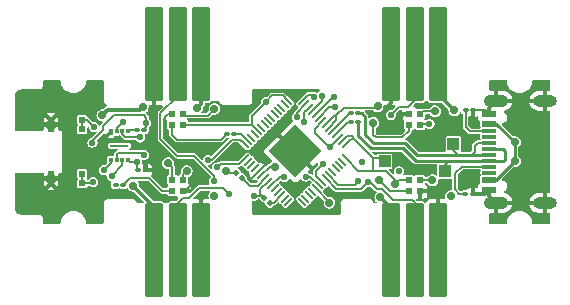
<source format=gbr>
%TF.GenerationSoftware,KiCad,Pcbnew,7.0.6*%
%TF.CreationDate,2023-09-06T22:26:16-07:00*%
%TF.ProjectId,GCP-2,4743502d-322e-46b6-9963-61645f706362,rev?*%
%TF.SameCoordinates,Original*%
%TF.FileFunction,Copper,L1,Top*%
%TF.FilePolarity,Positive*%
%FSLAX46Y46*%
G04 Gerber Fmt 4.6, Leading zero omitted, Abs format (unit mm)*
G04 Created by KiCad (PCBNEW 7.0.6) date 2023-09-06 22:26:16*
%MOMM*%
%LPD*%
G01*
G04 APERTURE LIST*
G04 Aperture macros list*
%AMRoundRect*
0 Rectangle with rounded corners*
0 $1 Rounding radius*
0 $2 $3 $4 $5 $6 $7 $8 $9 X,Y pos of 4 corners*
0 Add a 4 corners polygon primitive as box body*
4,1,4,$2,$3,$4,$5,$6,$7,$8,$9,$2,$3,0*
0 Add four circle primitives for the rounded corners*
1,1,$1+$1,$2,$3*
1,1,$1+$1,$4,$5*
1,1,$1+$1,$6,$7*
1,1,$1+$1,$8,$9*
0 Add four rect primitives between the rounded corners*
20,1,$1+$1,$2,$3,$4,$5,0*
20,1,$1+$1,$4,$5,$6,$7,0*
20,1,$1+$1,$6,$7,$8,$9,0*
20,1,$1+$1,$8,$9,$2,$3,0*%
%AMRotRect*
0 Rectangle, with rotation*
0 The origin of the aperture is its center*
0 $1 length*
0 $2 width*
0 $3 Rotation angle, in degrees counterclockwise*
0 Add horizontal line*
21,1,$1,$2,0,0,$3*%
G04 Aperture macros list end*
%TA.AperFunction,SMDPad,CuDef*%
%ADD10R,1.150000X0.600000*%
%TD*%
%TA.AperFunction,SMDPad,CuDef*%
%ADD11R,1.150000X0.300000*%
%TD*%
%TA.AperFunction,ComponentPad*%
%ADD12O,2.100000X1.050000*%
%TD*%
%TA.AperFunction,ComponentPad*%
%ADD13O,2.000000X1.000000*%
%TD*%
%TA.AperFunction,SMDPad,CuDef*%
%ADD14RoundRect,0.100000X-0.162635X0.021213X0.021213X-0.162635X0.162635X-0.021213X-0.021213X0.162635X0*%
%TD*%
%TA.AperFunction,SMDPad,CuDef*%
%ADD15RoundRect,0.100000X-0.130000X-0.100000X0.130000X-0.100000X0.130000X0.100000X-0.130000X0.100000X0*%
%TD*%
%TA.AperFunction,SMDPad,CuDef*%
%ADD16RoundRect,0.100000X0.130000X0.100000X-0.130000X0.100000X-0.130000X-0.100000X0.130000X-0.100000X0*%
%TD*%
%TA.AperFunction,SMDPad,CuDef*%
%ADD17R,1.000000X1.000000*%
%TD*%
%TA.AperFunction,SMDPad,CuDef*%
%ADD18RoundRect,0.150000X-0.600000X-3.850000X0.600000X-3.850000X0.600000X3.850000X-0.600000X3.850000X0*%
%TD*%
%TA.AperFunction,SMDPad,CuDef*%
%ADD19RoundRect,0.050000X-0.309359X0.238649X0.238649X-0.309359X0.309359X-0.238649X-0.238649X0.309359X0*%
%TD*%
%TA.AperFunction,SMDPad,CuDef*%
%ADD20RoundRect,0.050000X-0.309359X-0.238649X-0.238649X-0.309359X0.309359X0.238649X0.238649X0.309359X0*%
%TD*%
%TA.AperFunction,SMDPad,CuDef*%
%ADD21RotRect,3.200000X3.200000X315.000000*%
%TD*%
%TA.AperFunction,SMDPad,CuDef*%
%ADD22R,0.550000X0.550000*%
%TD*%
%TA.AperFunction,SMDPad,CuDef*%
%ADD23RoundRect,0.150000X0.600000X3.850000X-0.600000X3.850000X-0.600000X-3.850000X0.600000X-3.850000X0*%
%TD*%
%TA.AperFunction,SMDPad,CuDef*%
%ADD24R,0.550000X0.500000*%
%TD*%
%TA.AperFunction,SMDPad,CuDef*%
%ADD25R,0.300000X0.400000*%
%TD*%
%TA.AperFunction,HeatsinkPad*%
%ADD26R,1.600000X0.200000*%
%TD*%
%TA.AperFunction,ViaPad*%
%ADD27C,0.700000*%
%TD*%
%TA.AperFunction,ViaPad*%
%ADD28C,0.550000*%
%TD*%
%TA.AperFunction,Conductor*%
%ADD29C,0.250000*%
%TD*%
%TA.AperFunction,Conductor*%
%ADD30C,0.200000*%
%TD*%
%TA.AperFunction,Conductor*%
%ADD31C,0.150000*%
%TD*%
%TA.AperFunction,Conductor*%
%ADD32C,0.350000*%
%TD*%
G04 APERTURE END LIST*
D10*
%TO.P,J1,A1_B12,GND*%
%TO.N,GND*%
X215951187Y-150030946D03*
%TO.P,J1,A4_B9,VBUS*%
%TO.N,+5V*%
X215951187Y-149230946D03*
D11*
%TO.P,J1,A5,CC1*%
%TO.N,Net-(J1-CC1)*%
X215951187Y-148080946D03*
%TO.P,J1,A6,DP1*%
%TO.N,D+*%
X215951187Y-147080946D03*
%TO.P,J1,A7,DN1*%
%TO.N,D-*%
X215951187Y-146580946D03*
%TO.P,J1,A8,SBU1*%
%TO.N,unconnected-(J1-SBU1-PadA8)*%
X215951187Y-145580946D03*
D10*
%TO.P,J1,B1_A12,GND*%
%TO.N,GND*%
X215951187Y-143630946D03*
%TO.P,J1,B4_A9,VBUS*%
%TO.N,+5V*%
X215951187Y-144430946D03*
D11*
%TO.P,J1,B5,CC2*%
%TO.N,Net-(J1-CC2)*%
X215951187Y-145080946D03*
%TO.P,J1,B6,DP2*%
%TO.N,D+*%
X215951187Y-146080946D03*
%TO.P,J1,B7,DN2*%
%TO.N,D-*%
X215951187Y-147580946D03*
%TO.P,J1,B8,SBU2*%
%TO.N,unconnected-(J1-SBU2-PadB8)*%
X215951187Y-148580946D03*
D12*
%TO.P,J1,S1,SHELL_GND*%
%TO.N,GND*%
X216526187Y-151150946D03*
D13*
%TO.P,J1,S2,SHELL_GND*%
X220706187Y-151150946D03*
%TO.P,J1,S3,SHELL_GND*%
X220706187Y-142510946D03*
D12*
%TO.P,J1,S4,SHELL_GND*%
X216526187Y-142510946D03*
%TD*%
D14*
%TO.P,R4,1*%
%TO.N,+3V3*%
X196932145Y-150699966D03*
%TO.P,R4,2*%
%TO.N,Net-(U1-RUN)*%
X197384693Y-151152514D03*
%TD*%
D15*
%TO.P,R6,1*%
%TO.N,Net-(J1-CC2)*%
X213970408Y-143306241D03*
%TO.P,R6,2*%
%TO.N,GND*%
X214610408Y-143306241D03*
%TD*%
D16*
%TO.P,R5,1*%
%TO.N,GND*%
X214579342Y-150383306D03*
%TO.P,R5,2*%
%TO.N,Net-(J1-CC1)*%
X213939342Y-150383306D03*
%TD*%
D17*
%TO.P,TP3,1,1*%
%TO.N,+3V3*%
X207111600Y-147624800D03*
%TD*%
D16*
%TO.P,R7,1*%
%TO.N,USB_BOOT*%
X186748608Y-144951781D03*
%TO.P,R7,2*%
%TO.N,Net-(U2-{slash}CS)*%
X186108608Y-144951781D03*
%TD*%
D18*
%TO.P,J2,1,GND*%
%TO.N,GND*%
X187586408Y-138544241D03*
%TO.P,J2,2,DATA*%
%TO.N,GC1*%
X189586408Y-138544241D03*
%TO.P,J2,3,5V*%
%TO.N,VCC*%
X191586408Y-138544241D03*
%TD*%
D17*
%TO.P,TP1,1,1*%
%TO.N,D-*%
X212226284Y-148461640D03*
%TD*%
D16*
%TO.P,R1,1*%
%TO.N,D+*%
X204892408Y-143560241D03*
%TO.P,R1,2*%
%TO.N,Net-(U1-USB_DP)*%
X204252408Y-143560241D03*
%TD*%
D19*
%TO.P,U1,1,IOVDD*%
%TO.N,+3V3*%
X198941158Y-142525295D03*
%TO.P,U1,2,GPIO0*%
%TO.N,unconnected-(U1-GPIO0-Pad2)*%
X198658315Y-142808138D03*
%TO.P,U1,3,GPIO1*%
%TO.N,unconnected-(U1-GPIO1-Pad3)*%
X198375473Y-143090980D03*
%TO.P,U1,4,GPIO2*%
%TO.N,unconnected-(U1-GPIO2-Pad4)*%
X198092630Y-143373823D03*
%TO.P,U1,5,GPIO3*%
%TO.N,unconnected-(U1-GPIO3-Pad5)*%
X197809787Y-143656666D03*
%TO.P,U1,6,GPIO4*%
%TO.N,unconnected-(U1-GPIO4-Pad6)*%
X197526945Y-143939508D03*
%TO.P,U1,7,GPIO5*%
%TO.N,unconnected-(U1-GPIO5-Pad7)*%
X197244102Y-144222351D03*
%TO.P,U1,8,GPIO6*%
%TO.N,unconnected-(U1-GPIO6-Pad8)*%
X196961259Y-144505194D03*
%TO.P,U1,9,GPIO7*%
%TO.N,unconnected-(U1-GPIO7-Pad9)*%
X196678416Y-144788037D03*
%TO.P,U1,10,IOVDD*%
%TO.N,+3V3*%
X196395574Y-145070879D03*
%TO.P,U1,11,GPIO8*%
%TO.N,unconnected-(U1-GPIO8-Pad11)*%
X196112731Y-145353722D03*
%TO.P,U1,12,GPIO9*%
%TO.N,unconnected-(U1-GPIO9-Pad12)*%
X195829888Y-145636565D03*
%TO.P,U1,13,GPIO10*%
%TO.N,RGB*%
X195547046Y-145919407D03*
%TO.P,U1,14,GPIO11*%
%TO.N,BTN_1*%
X195264203Y-146202250D03*
D20*
%TO.P,U1,15,GPIO12*%
%TO.N,BTN_2*%
X195264203Y-147386654D03*
%TO.P,U1,16,GPIO13*%
%TO.N,unconnected-(U1-GPIO13-Pad16)*%
X195547046Y-147669497D03*
%TO.P,U1,17,GPIO14*%
%TO.N,unconnected-(U1-GPIO14-Pad17)*%
X195829888Y-147952339D03*
%TO.P,U1,18,GPIO15*%
%TO.N,unconnected-(U1-GPIO15-Pad18)*%
X196112731Y-148235182D03*
%TO.P,U1,19,TESTEN*%
%TO.N,GND*%
X196395574Y-148518025D03*
%TO.P,U1,20,XIN*%
%TO.N,XTAL_IN*%
X196678416Y-148800867D03*
%TO.P,U1,21,XOUT*%
%TO.N,XTAL_OUT*%
X196961259Y-149083710D03*
%TO.P,U1,22,IOVDD*%
%TO.N,+3V3*%
X197244102Y-149366553D03*
%TO.P,U1,23,DVDD*%
%TO.N,+1V1*%
X197526945Y-149649396D03*
%TO.P,U1,24,SWCLK*%
%TO.N,unconnected-(U1-SWCLK-Pad24)*%
X197809787Y-149932238D03*
%TO.P,U1,25,SWD*%
%TO.N,unconnected-(U1-SWD-Pad25)*%
X198092630Y-150215081D03*
%TO.P,U1,26,RUN*%
%TO.N,Net-(U1-RUN)*%
X198375473Y-150497924D03*
%TO.P,U1,27,GPIO16*%
%TO.N,unconnected-(U1-GPIO16-Pad27)*%
X198658315Y-150780766D03*
%TO.P,U1,28,GPIO17*%
%TO.N,unconnected-(U1-GPIO17-Pad28)*%
X198941158Y-151063609D03*
D19*
%TO.P,U1,29,GPIO18*%
%TO.N,unconnected-(U1-GPIO18-Pad29)*%
X200125562Y-151063609D03*
%TO.P,U1,30,GPIO19*%
%TO.N,unconnected-(U1-GPIO19-Pad30)*%
X200408405Y-150780766D03*
%TO.P,U1,31,GPIO20*%
%TO.N,unconnected-(U1-GPIO20-Pad31)*%
X200691247Y-150497924D03*
%TO.P,U1,32,GPIO21*%
%TO.N,unconnected-(U1-GPIO21-Pad32)*%
X200974090Y-150215081D03*
%TO.P,U1,33,IOVDD*%
%TO.N,+3V3*%
X201256933Y-149932238D03*
%TO.P,U1,34,GPIO22*%
%TO.N,GC1*%
X201539775Y-149649396D03*
%TO.P,U1,35,GPIO23*%
%TO.N,GC2*%
X201822618Y-149366553D03*
%TO.P,U1,36,GPIO24*%
%TO.N,GC3*%
X202105461Y-149083710D03*
%TO.P,U1,37,GPIO25*%
%TO.N,GC4*%
X202388304Y-148800867D03*
%TO.P,U1,38,GPIO26_ADC0*%
%TO.N,unconnected-(U1-GPIO26_ADC0-Pad38)*%
X202671146Y-148518025D03*
%TO.P,U1,39,GPIO27_ADC1*%
%TO.N,unconnected-(U1-GPIO27_ADC1-Pad39)*%
X202953989Y-148235182D03*
%TO.P,U1,40,GPIO28_ADC2*%
%TO.N,unconnected-(U1-GPIO28_ADC2-Pad40)*%
X203236832Y-147952339D03*
%TO.P,U1,41,GPIO29_ADC3*%
%TO.N,unconnected-(U1-GPIO29_ADC3-Pad41)*%
X203519674Y-147669497D03*
%TO.P,U1,42,IOVDD*%
%TO.N,+3V3*%
X203802517Y-147386654D03*
D20*
%TO.P,U1,43,ADC_AVDD*%
X203802517Y-146202250D03*
%TO.P,U1,44,VREG_IN*%
X203519674Y-145919407D03*
%TO.P,U1,45,VREG_VOUT*%
%TO.N,+1V1*%
X203236832Y-145636565D03*
%TO.P,U1,46,USB_DM*%
%TO.N,Net-(U1-USB_DM)*%
X202953989Y-145353722D03*
%TO.P,U1,47,USB_DP*%
%TO.N,Net-(U1-USB_DP)*%
X202671146Y-145070879D03*
%TO.P,U1,48,USB_VDD*%
%TO.N,+3V3*%
X202388304Y-144788037D03*
%TO.P,U1,49,IOVDD*%
X202105461Y-144505194D03*
%TO.P,U1,50,DVDD*%
%TO.N,+1V1*%
X201822618Y-144222351D03*
%TO.P,U1,51,QSPI_SD3*%
%TO.N,SIO3*%
X201539775Y-143939508D03*
%TO.P,U1,52,QSPI_SCLK*%
%TO.N,SCLK*%
X201256933Y-143656666D03*
%TO.P,U1,53,QSPI_SD0*%
%TO.N,SIO0*%
X200974090Y-143373823D03*
%TO.P,U1,54,QSPI_SD2*%
%TO.N,SIO2*%
X200691247Y-143090980D03*
%TO.P,U1,55,QSPI_SD1*%
%TO.N,SIO1*%
X200408405Y-142808138D03*
%TO.P,U1,56,QSPI_SS*%
%TO.N,USB_BOOT*%
X200125562Y-142525295D03*
D21*
%TO.P,U1,57,GND*%
%TO.N,GND*%
X199533360Y-146794452D03*
%TD*%
D22*
%TO.P,L1,1,DIN*%
%TO.N,Net-(L1-DIN)*%
X189111408Y-144543241D03*
%TO.P,L1,2,VDD*%
%TO.N,+3V3*%
X190061408Y-144543241D03*
%TO.P,L1,3,DOUT*%
%TO.N,Net-(L1-DOUT)*%
X190061408Y-143593241D03*
%TO.P,L1,4,GND*%
%TO.N,GND*%
X189111408Y-143593241D03*
%TD*%
%TO.P,L4,1,DIN*%
%TO.N,Net-(L3-DOUT)*%
X190061408Y-149181241D03*
%TO.P,L4,2,VDD*%
%TO.N,+3V3*%
X189111408Y-149181241D03*
%TO.P,L4,3,DOUT*%
%TO.N,Net-(L4-DOUT)*%
X189111408Y-150131241D03*
%TO.P,L4,4,GND*%
%TO.N,GND*%
X190061408Y-150131241D03*
%TD*%
D14*
%TO.P,R3,1*%
%TO.N,Net-(R3-Pad1)*%
X194565332Y-148581485D03*
%TO.P,R3,2*%
%TO.N,XTAL_OUT*%
X195017880Y-149034033D03*
%TD*%
D16*
%TO.P,R8,1*%
%TO.N,RGB*%
X194376000Y-145288000D03*
%TO.P,R8,2*%
%TO.N,Net-(L1-DIN)*%
X193736000Y-145288000D03*
%TD*%
%TO.P,R2,1*%
%TO.N,D-*%
X204892408Y-144322241D03*
%TO.P,R2,2*%
%TO.N,Net-(U1-USB_DM)*%
X204252408Y-144322241D03*
%TD*%
D17*
%TO.P,TP2,1,1*%
%TO.N,D+*%
X212927237Y-146160261D03*
%TD*%
D23*
%TO.P,J5,1,GND*%
%TO.N,GND*%
X191586408Y-155180241D03*
%TO.P,J5,2,DATA*%
%TO.N,GC4*%
X189586408Y-155180241D03*
%TO.P,J5,3,5V*%
%TO.N,VCC*%
X187586408Y-155180241D03*
%TD*%
D15*
%TO.P,C10,1*%
%TO.N,+3V3*%
X186227118Y-148380971D03*
%TO.P,C10,2*%
%TO.N,GND*%
X186867118Y-148380971D03*
%TD*%
D24*
%TO.P,SW3,1,1*%
%TO.N,GND*%
X178863408Y-148698000D03*
%TO.P,SW3,2,2*%
X178863408Y-149498000D03*
%TO.P,SW3,3,3*%
%TO.N,BTN_2*%
X181513408Y-148698000D03*
%TO.P,SW3,4,4*%
X181513408Y-149498000D03*
%TD*%
D22*
%TO.P,L3,1,DIN*%
%TO.N,Net-(L2-DOUT)*%
X210094408Y-149214241D03*
%TO.P,L3,2,VDD*%
%TO.N,+3V3*%
X209144408Y-149214241D03*
%TO.P,L3,3,DOUT*%
%TO.N,Net-(L3-DOUT)*%
X209144408Y-150164241D03*
%TO.P,L3,4,GND*%
%TO.N,GND*%
X210094408Y-150164241D03*
%TD*%
D18*
%TO.P,J3,1,GND*%
%TO.N,GND*%
X207652408Y-138544241D03*
%TO.P,J3,2,DATA*%
%TO.N,GC2*%
X209652408Y-138544241D03*
%TO.P,J3,3,5V*%
%TO.N,VCC*%
X211652408Y-138544241D03*
%TD*%
D16*
%TO.P,R9,1*%
%TO.N,Net-(L4-DOUT)*%
X184978000Y-149606000D03*
%TO.P,R9,2*%
%TO.N,unconnected-(R9-Pad2)*%
X184338000Y-149606000D03*
%TD*%
D24*
%TO.P,SW1,1,1*%
%TO.N,GND*%
X178863408Y-144126000D03*
%TO.P,SW1,2,2*%
X178863408Y-144926000D03*
%TO.P,SW1,3,3*%
%TO.N,BTN_1*%
X181513408Y-144126000D03*
%TO.P,SW1,4,4*%
X181513408Y-144926000D03*
%TD*%
D23*
%TO.P,J4,1,GND*%
%TO.N,GND*%
X211652408Y-155180241D03*
%TO.P,J4,2,DATA*%
%TO.N,GC3*%
X209652408Y-155180241D03*
%TO.P,J4,3,5V*%
%TO.N,VCC*%
X207652408Y-155180241D03*
%TD*%
D22*
%TO.P,L2,1,DIN*%
%TO.N,Net-(L1-DOUT)*%
X209177408Y-144543241D03*
%TO.P,L2,2,VDD*%
%TO.N,+3V3*%
X210127408Y-144543241D03*
%TO.P,L2,3,DOUT*%
%TO.N,Net-(L2-DOUT)*%
X210127408Y-143593241D03*
%TO.P,L2,4,GND*%
%TO.N,GND*%
X209177408Y-143593241D03*
%TD*%
D25*
%TO.P,U2,1,/CS*%
%TO.N,Net-(U2-{slash}CS)*%
X185408000Y-145104000D03*
%TO.P,U2,2,IO1*%
%TO.N,SIO1*%
X184908000Y-145104000D03*
%TO.P,U2,3,IO2*%
%TO.N,SIO2*%
X184408000Y-145104000D03*
%TO.P,U2,4,VSS*%
%TO.N,GND*%
X183908000Y-145104000D03*
%TO.P,U2,5,IO0*%
%TO.N,SIO0*%
X183908000Y-147504000D03*
%TO.P,U2,6,SCLK*%
%TO.N,SCLK*%
X184408000Y-147504000D03*
%TO.P,U2,7,IO3*%
%TO.N,SIO3*%
X184908000Y-147504000D03*
%TO.P,U2,8,VCC*%
%TO.N,+3V3*%
X185408000Y-147504000D03*
D26*
%TO.P,U2,9*%
%TO.N,N/C*%
X184658000Y-146304000D03*
%TD*%
D27*
%TO.N,Net-(R3-Pad1)*%
X193695697Y-148486606D03*
%TO.N,XTAL_IN*%
X197791866Y-148103220D03*
%TO.N,GND*%
X198120000Y-146812000D03*
X219202000Y-149098000D03*
D28*
X187991475Y-148882200D03*
D27*
X196470764Y-146751305D03*
X183388000Y-150114000D03*
X211362718Y-150273906D03*
X191535313Y-150630225D03*
X210142867Y-146436503D03*
X191318560Y-146451787D03*
X190941352Y-149422630D03*
X208367922Y-147388245D03*
X201168000Y-151638000D03*
D28*
X187452000Y-150368000D03*
D27*
X200660000Y-146812000D03*
X208343905Y-144055246D03*
X180848000Y-146812000D03*
D28*
%TO.N,SIO2*%
X184945050Y-144264227D03*
X200287822Y-144315048D03*
%TO.N,SIO0*%
X183329531Y-148385788D03*
X201793827Y-142067869D03*
%TO.N,SCLK*%
X202795711Y-142202738D03*
X186724196Y-147123466D03*
%TO.N,SIO3*%
X184003876Y-148872280D03*
X202901679Y-143053696D03*
%TO.N,+3V3*%
X208330800Y-148488400D03*
D27*
X186628942Y-143070236D03*
X192692295Y-150555796D03*
D28*
X210907729Y-144450543D03*
X197054805Y-142594651D03*
D27*
X188781411Y-147791696D03*
X207971441Y-149534869D03*
D28*
X196022567Y-150551036D03*
D27*
X206506816Y-142972765D03*
X183219200Y-143737841D03*
X212741216Y-150591034D03*
X202438000Y-151130000D03*
D28*
X186105886Y-147678029D03*
%TO.N,+1V1*%
X202478822Y-146399334D03*
X198606155Y-148933565D03*
D27*
%TO.N,VCC*%
X191207561Y-143118722D03*
D28*
X205155019Y-147669371D03*
D27*
X206750636Y-150677559D03*
X213016317Y-143314091D03*
X185805006Y-149691413D03*
D28*
%TO.N,GC1*%
X200416269Y-148928126D03*
X192630956Y-149331111D03*
%TO.N,GC2*%
X201883120Y-147841162D03*
X207649979Y-143694420D03*
%TO.N,GC3*%
X205659402Y-149412042D03*
%TO.N,GC4*%
X204864639Y-149318115D03*
X193898381Y-150382450D03*
D27*
%TO.N,Net-(L1-DOUT)*%
X192703161Y-143198199D03*
X206145560Y-144379256D03*
%TO.N,Net-(L2-DOUT)*%
X211354130Y-143394984D03*
X211161337Y-149226128D03*
%TO.N,Net-(L3-DOUT)*%
X190342037Y-148465301D03*
X206649396Y-149208502D03*
D28*
%TO.N,USB_BOOT*%
X186933331Y-144414179D03*
X201097172Y-142170832D03*
X182372000Y-146050000D03*
%TO.N,SIO1*%
X199664856Y-143891174D03*
X186418974Y-145611676D03*
%TO.N,BTN_1*%
X192147468Y-147494690D03*
X182501911Y-144714473D03*
%TO.N,BTN_2*%
X192936575Y-148144951D03*
X182434617Y-149397925D03*
D27*
%TO.N,+5V*%
X218128772Y-146002723D03*
X218128772Y-147623172D03*
%TD*%
D29*
%TO.N,D+*%
X204892408Y-143560241D02*
X205164732Y-143560241D01*
X205457099Y-145361501D02*
X206200020Y-146104422D01*
X205457099Y-143852608D02*
X205457099Y-145361501D01*
D30*
X214753736Y-146804112D02*
X214476902Y-147080946D01*
X212927237Y-146648183D02*
X213360000Y-147080946D01*
X214998679Y-146080946D02*
X214753736Y-146325889D01*
D29*
X208857181Y-146104422D02*
X209833705Y-147080946D01*
D30*
X212927237Y-146160261D02*
X212927237Y-146648183D01*
D29*
X206200020Y-146104422D02*
X208857181Y-146104422D01*
D30*
X215951187Y-146080946D02*
X214998679Y-146080946D01*
X214753736Y-146325889D02*
X214753736Y-146804112D01*
D29*
X213360000Y-147080946D02*
X214476902Y-147080946D01*
X209833705Y-147080946D02*
X213360000Y-147080946D01*
X214476902Y-147080946D02*
X215951187Y-147080946D01*
X205164732Y-143560241D02*
X205457099Y-143852608D01*
D31*
%TO.N,Net-(U1-USB_DP)*%
X204252408Y-143560241D02*
X204181784Y-143560241D01*
X204181784Y-143560241D02*
X202671146Y-145070879D01*
D29*
%TO.N,D-*%
X204892408Y-145468747D02*
X205954607Y-146530946D01*
X204892408Y-144322241D02*
X204892408Y-145468747D01*
X217179331Y-147580946D02*
X215951187Y-147580946D01*
X217322400Y-146747368D02*
X217322400Y-147437877D01*
X209743127Y-147580946D02*
X212598000Y-147580946D01*
X212598000Y-147580946D02*
X215951187Y-147580946D01*
X217322400Y-147437877D02*
X217179331Y-147580946D01*
X215951187Y-146580946D02*
X217155978Y-146580946D01*
D30*
X212226284Y-148461640D02*
X212226284Y-147952662D01*
X212226284Y-147952662D02*
X212598000Y-147580946D01*
D29*
X205954607Y-146530946D02*
X208693127Y-146530946D01*
X208693127Y-146530946D02*
X209743127Y-147580946D01*
X217155978Y-146580946D02*
X217322400Y-146747368D01*
D31*
%TO.N,Net-(U1-USB_DM)*%
X203985470Y-144322241D02*
X202953989Y-145353722D01*
X204252408Y-144322241D02*
X203985470Y-144322241D01*
%TO.N,Net-(R3-Pad1)*%
X194565332Y-148581485D02*
X193790576Y-148581485D01*
X193790576Y-148581485D02*
X193695697Y-148486606D01*
%TO.N,XTAL_OUT*%
X195017880Y-149034033D02*
X195681410Y-149697563D01*
X196347406Y-149697563D02*
X196961259Y-149083710D01*
X195681410Y-149697563D02*
X196347406Y-149697563D01*
%TO.N,XTAL_IN*%
X197376063Y-148103220D02*
X196678416Y-148800867D01*
X197791866Y-148103220D02*
X197376063Y-148103220D01*
%TO.N,GND*%
X178863408Y-148698000D02*
X178863408Y-149498000D01*
D32*
X211652408Y-150563596D02*
X211362718Y-150273906D01*
X211652408Y-155180241D02*
X211652408Y-150563596D01*
X215951187Y-150575946D02*
X216526187Y-151150946D01*
D31*
X215626482Y-143306241D02*
X215951187Y-143630946D01*
D32*
X207652408Y-142691947D02*
X207257275Y-143087080D01*
D31*
X190941352Y-149422630D02*
X190232741Y-150131241D01*
D32*
X215951187Y-143630946D02*
X215951187Y-143085946D01*
D31*
X188738622Y-143593241D02*
X188563047Y-143768816D01*
D32*
X215951187Y-143085946D02*
X216526187Y-142510946D01*
X215598827Y-150383306D02*
X215951187Y-150030946D01*
X191535313Y-150630225D02*
X191535313Y-155129146D01*
X187586408Y-138544241D02*
X187586408Y-143121592D01*
D31*
X190232741Y-150131241D02*
X190061408Y-150131241D01*
X208343905Y-144055246D02*
X208805910Y-143593241D01*
D32*
X191535313Y-155129146D02*
X191586408Y-155180241D01*
D31*
X188563047Y-143768816D02*
X188485979Y-143845884D01*
X214610408Y-143306241D02*
X215626482Y-143306241D01*
D32*
X214579342Y-150383306D02*
X215598827Y-150383306D01*
D31*
X178863408Y-144126000D02*
X178863408Y-144926000D01*
D32*
X207652408Y-138544241D02*
X207652408Y-142691947D01*
D31*
X208805910Y-143593241D02*
X209177408Y-143593241D01*
D32*
X215951187Y-150030946D02*
X215951187Y-150575946D01*
D31*
X188485979Y-143845884D02*
X188485979Y-144327559D01*
X189111408Y-143593241D02*
X188738622Y-143593241D01*
%TO.N,Net-(J1-CC1)*%
X213432406Y-150383306D02*
X213066766Y-150017666D01*
X213066766Y-150017666D02*
X213066766Y-148653832D01*
X213066766Y-148653832D02*
X213639652Y-148080946D01*
X213639652Y-148080946D02*
X215951187Y-148080946D01*
X213939342Y-150383306D02*
X213432406Y-150383306D01*
%TO.N,Net-(J1-CC2)*%
X214319197Y-145080946D02*
X215951187Y-145080946D01*
X213970408Y-143306241D02*
X213970408Y-144732157D01*
X213970408Y-144732157D02*
X214319197Y-145080946D01*
%TO.N,Net-(U1-RUN)*%
X197384693Y-151152514D02*
X197720883Y-151152514D01*
X197720883Y-151152514D02*
X198375473Y-150497924D01*
%TO.N,SIO2*%
X200287822Y-143494405D02*
X200287822Y-144315048D01*
X200691247Y-143090980D02*
X200287822Y-143494405D01*
X184408000Y-144801277D02*
X184945050Y-144264227D01*
X184408000Y-145104000D02*
X184408000Y-144801277D01*
%TO.N,SIO0*%
X201793827Y-142067869D02*
X201793827Y-142554086D01*
X183908000Y-147807319D02*
X183908000Y-147504000D01*
X201793827Y-142554086D02*
X200974090Y-143373823D01*
X183329531Y-148385788D02*
X183908000Y-147807319D01*
%TO.N,SCLK*%
X186724196Y-147123466D02*
X186512594Y-146911864D01*
X184408000Y-147031289D02*
X184408000Y-147504000D01*
X202710861Y-142202738D02*
X201256933Y-143656666D01*
X186512594Y-146911864D02*
X184527425Y-146911864D01*
X202795711Y-142202738D02*
X202710861Y-142202738D01*
X184527425Y-146911864D02*
X184408000Y-147031289D01*
%TO.N,SIO3*%
X202901679Y-143053696D02*
X202425587Y-143053696D01*
X202425587Y-143053696D02*
X201539775Y-143939508D01*
X184908000Y-147968156D02*
X184003876Y-148872280D01*
X184908000Y-147504000D02*
X184908000Y-147968156D01*
%TO.N,+3V3*%
X204287282Y-145717485D02*
X203802517Y-146202250D01*
X206506816Y-142972765D02*
X206394340Y-143085241D01*
X207971441Y-149534869D02*
X208292069Y-149214241D01*
X207971441Y-149195841D02*
X207971441Y-149534869D01*
X196595795Y-150014860D02*
X197244102Y-149366553D01*
X207111600Y-147624800D02*
X206802170Y-147315370D01*
X196932145Y-150699966D02*
X196595795Y-150363616D01*
X203519674Y-145919407D02*
X203935297Y-145503784D01*
X186105886Y-147678029D02*
X185582029Y-147678029D01*
X197051182Y-142594651D02*
X195867936Y-143777897D01*
X186105886Y-148259739D02*
X186227118Y-148380971D01*
X210127408Y-144543241D02*
X210220106Y-144450543D01*
X195867936Y-143777897D02*
X195867936Y-144543241D01*
X185582029Y-147678029D02*
X185408000Y-147504000D01*
X188781411Y-147791696D02*
X189111408Y-148121693D01*
X203802517Y-147386654D02*
X203825454Y-147386654D01*
D32*
X183934487Y-143260983D02*
X183696058Y-143260983D01*
D31*
X203025730Y-143737077D02*
X202873578Y-143737077D01*
D32*
X186628942Y-143070236D02*
X186438195Y-143260983D01*
D31*
X203677566Y-143085241D02*
X203025730Y-143737077D01*
X204097186Y-145503784D02*
X204334813Y-145503784D01*
X201256933Y-149932238D02*
X202438000Y-151113305D01*
X204860096Y-148421296D02*
X207196896Y-148421296D01*
X196783215Y-150551036D02*
X196932145Y-150699966D01*
X198468630Y-142052767D02*
X198941158Y-142525295D01*
X197054805Y-142594651D02*
X197596689Y-142052767D01*
X208292069Y-149214241D02*
X209144408Y-149214241D01*
X203935297Y-145503784D02*
X204097186Y-145503784D01*
X189111408Y-148121693D02*
X189111408Y-149181241D01*
X206146400Y-148437901D02*
X206146400Y-147315370D01*
X204334813Y-145503784D02*
X204548515Y-145717485D01*
X195867936Y-144543241D02*
X196395574Y-145070879D01*
X186105886Y-147678029D02*
X186105886Y-148259739D01*
X196022567Y-150551036D02*
X196783215Y-150551036D01*
X210220106Y-144450543D02*
X210907729Y-144450543D01*
X202438000Y-151113305D02*
X202438000Y-151130000D01*
X206394340Y-143085241D02*
X203677566Y-143085241D01*
X190061408Y-144543241D02*
X195867936Y-144543241D01*
X197596689Y-142052767D02*
X198468630Y-142052767D01*
X206146400Y-147315370D02*
X204548515Y-145717485D01*
X203025730Y-144150611D02*
X202388304Y-144788037D01*
D32*
X186438195Y-143260983D02*
X183934487Y-143260983D01*
D31*
X202873578Y-143737077D02*
X202105461Y-144505194D01*
X207196896Y-148421296D02*
X207971441Y-149195841D01*
X206802170Y-147315370D02*
X206146400Y-147315370D01*
X204548515Y-145717485D02*
X204287282Y-145717485D01*
X203825454Y-147386654D02*
X204860096Y-148421296D01*
X203025730Y-143737077D02*
X203025730Y-144150611D01*
X196595795Y-150363616D02*
X196595795Y-150014860D01*
X197054805Y-142594651D02*
X197051182Y-142594651D01*
D32*
X183696058Y-143260983D02*
X183219200Y-143737841D01*
D31*
%TO.N,+1V1*%
X201822618Y-144222351D02*
X201190549Y-144854420D01*
X201190549Y-145211002D02*
X202378881Y-146399334D01*
X203236832Y-145641324D02*
X202478822Y-146399334D01*
X201190549Y-144854420D02*
X201190549Y-145211002D01*
X202378881Y-146399334D02*
X202478822Y-146399334D01*
X197526945Y-149649396D02*
X198242776Y-148933565D01*
X203236832Y-145636565D02*
X203236832Y-145641324D01*
X198242776Y-148933565D02*
X198606155Y-148933565D01*
D32*
%TO.N,VCC*%
X191207561Y-143118722D02*
X191586408Y-142739875D01*
X191586408Y-142739875D02*
X191586408Y-138544241D01*
X211652408Y-138544241D02*
X211652408Y-141950182D01*
X206750636Y-150677559D02*
X207652408Y-151579331D01*
X207652408Y-151579331D02*
X207652408Y-155180241D01*
X185805006Y-149691413D02*
X187586408Y-151472815D01*
X187586408Y-151472815D02*
X187586408Y-155180241D01*
X211652408Y-141950182D02*
X213016317Y-143314091D01*
D31*
%TO.N,GC1*%
X192630956Y-148833746D02*
X190970752Y-147173542D01*
X201539775Y-149640603D02*
X201539775Y-149649396D01*
X188129289Y-143518847D02*
X189586408Y-142061728D01*
X189562261Y-147173542D02*
X188129289Y-145740570D01*
X200827298Y-148928126D02*
X201539775Y-149640603D01*
X192630956Y-149331111D02*
X192630956Y-148833746D01*
X188129289Y-145740570D02*
X188129289Y-143518847D01*
X200416269Y-148928126D02*
X200827298Y-148928126D01*
X189586408Y-142061728D02*
X189586408Y-138544241D01*
X190970752Y-147173542D02*
X189562261Y-147173542D01*
%TO.N,GC2*%
X208303866Y-143040533D02*
X207649979Y-143694420D01*
X201295476Y-148839411D02*
X201822618Y-149366553D01*
X201295476Y-148428806D02*
X201295476Y-148839411D01*
X209652408Y-142467101D02*
X209078976Y-143040533D01*
X201883120Y-147841162D02*
X201295476Y-148428806D01*
X209652408Y-138544241D02*
X209652408Y-142467101D01*
X209078976Y-143040533D02*
X208303866Y-143040533D01*
%TO.N,GC3*%
X205088617Y-149982827D02*
X203004578Y-149982827D01*
X206922412Y-149965542D02*
X207831402Y-150874532D01*
X203004578Y-149982827D02*
X202105461Y-149083710D01*
X205659402Y-149412042D02*
X205088617Y-149982827D01*
X206458556Y-149965542D02*
X206922412Y-149965542D01*
X205659402Y-149412042D02*
X205905056Y-149412042D01*
X209652408Y-151116286D02*
X209652408Y-155180241D01*
X209410654Y-150874532D02*
X209652408Y-151116286D01*
X205905056Y-149412042D02*
X206458556Y-149965542D01*
X207831402Y-150874532D02*
X209410654Y-150874532D01*
%TO.N,GC4*%
X204864639Y-149318115D02*
X204580650Y-149602104D01*
X193898381Y-150382450D02*
X193415418Y-149899487D01*
X193415418Y-149899487D02*
X191367635Y-149899487D01*
X203189541Y-149602104D02*
X202388304Y-148800867D01*
X190026302Y-150741464D02*
X189586408Y-151181358D01*
X191367635Y-149899487D02*
X190525658Y-150741464D01*
X204580650Y-149602104D02*
X203189541Y-149602104D01*
X189586408Y-151181358D02*
X189586408Y-155180241D01*
X190525658Y-150741464D02*
X190026302Y-150741464D01*
%TO.N,Net-(L1-DIN)*%
X189111408Y-145412320D02*
X189508537Y-145809449D01*
X189508537Y-145809449D02*
X193214551Y-145809449D01*
X189111408Y-144543241D02*
X189111408Y-145412320D01*
X193214551Y-145809449D02*
X193736000Y-145288000D01*
%TO.N,Net-(L1-DOUT)*%
X209177408Y-145055182D02*
X209177408Y-144543241D01*
X206145560Y-145378777D02*
X206379793Y-145613010D01*
X206145560Y-144379256D02*
X206145560Y-145378777D01*
X190237150Y-143768983D02*
X190061408Y-143593241D01*
X192703161Y-143198199D02*
X192132377Y-143768983D01*
X208619580Y-145613010D02*
X209177408Y-145055182D01*
X206379793Y-145613010D02*
X208619580Y-145613010D01*
X192132377Y-143768983D02*
X190237150Y-143768983D01*
%TO.N,Net-(L2-DOUT)*%
X210106295Y-149226128D02*
X210094408Y-149214241D01*
X210325665Y-143394984D02*
X210127408Y-143593241D01*
X211354130Y-143394984D02*
X210325665Y-143394984D01*
X211161337Y-149226128D02*
X210106295Y-149226128D01*
%TO.N,Net-(L3-DOUT)*%
X190342037Y-148465301D02*
X190061408Y-148745930D01*
X190061408Y-148745930D02*
X190061408Y-149181241D01*
X206649396Y-149208502D02*
X207605135Y-150164241D01*
X207605135Y-150164241D02*
X209144408Y-150164241D01*
%TO.N,Net-(L4-DOUT)*%
X189111408Y-150131241D02*
X188272350Y-150131241D01*
X185528397Y-149055603D02*
X184978000Y-149606000D01*
X187196712Y-149055603D02*
X185528397Y-149055603D01*
X188272350Y-150131241D02*
X187196712Y-149055603D01*
%TO.N,USB_BOOT*%
X184193001Y-143714227D02*
X186717341Y-143714227D01*
X183265960Y-144641268D02*
X184193001Y-143714227D01*
X186933331Y-143930217D02*
X186933331Y-144414179D01*
X186933331Y-144767058D02*
X186748608Y-144951781D01*
X200925099Y-141998759D02*
X200652098Y-141998759D01*
X200652098Y-141998759D02*
X200125562Y-142525295D01*
X183265960Y-145021790D02*
X183265960Y-144641268D01*
X186717341Y-143714227D02*
X186933331Y-143930217D01*
X186933331Y-144414179D02*
X186933331Y-144767058D01*
X201097172Y-142170832D02*
X200925099Y-141998759D01*
X182372000Y-145915750D02*
X183265960Y-145021790D01*
X182372000Y-146050000D02*
X182372000Y-145915750D01*
%TO.N,Net-(U2-{slash}CS)*%
X185560219Y-144951781D02*
X185408000Y-145104000D01*
X186108608Y-144951781D02*
X185560219Y-144951781D01*
%TO.N,RGB*%
X194915639Y-145288000D02*
X195547046Y-145919407D01*
X194376000Y-145288000D02*
X194915639Y-145288000D01*
%TO.N,SIO1*%
X186418974Y-145611676D02*
X185165379Y-145611676D01*
X199664856Y-143551687D02*
X199664856Y-143891174D01*
X184908000Y-145354297D02*
X184908000Y-145104000D01*
X200408405Y-142808138D02*
X199664856Y-143551687D01*
X185165379Y-145611676D02*
X184908000Y-145354297D01*
%TO.N,BTN_1*%
X192147468Y-147494690D02*
X192462514Y-147494690D01*
X194146717Y-145810487D02*
X194872440Y-145810487D01*
X192462514Y-147494690D02*
X194146717Y-145810487D01*
X181513408Y-144126000D02*
X181513408Y-144926000D01*
X194872440Y-145810487D02*
X195264203Y-146202250D01*
X181513408Y-144126000D02*
X181913438Y-144126000D01*
X181913438Y-144126000D02*
X182501911Y-144714473D01*
%TO.N,BTN_2*%
X193232002Y-147849524D02*
X192936575Y-148144951D01*
X195264203Y-147386654D02*
X194801333Y-147849524D01*
X182334542Y-149498000D02*
X182434617Y-149397925D01*
X181513408Y-149498000D02*
X182334542Y-149498000D01*
X181513408Y-148698000D02*
X181513408Y-149498000D01*
X193562752Y-147849524D02*
X193232002Y-147849524D01*
X194801333Y-147849524D02*
X193562752Y-147849524D01*
D29*
%TO.N,+5V*%
X216556995Y-144430946D02*
X215951187Y-144430946D01*
X218128772Y-146002723D02*
X216556995Y-144430946D01*
X216520998Y-149230946D02*
X218128772Y-147623172D01*
X218128772Y-147623172D02*
X218128772Y-146002723D01*
X215951187Y-149230946D02*
X216520998Y-149230946D01*
%TD*%
%TA.AperFunction,Conductor*%
%TO.N,GND*%
G36*
X179644176Y-140783403D02*
G01*
X179669486Y-140827240D01*
X179670610Y-140840090D01*
X179670610Y-140865255D01*
X179707234Y-141061178D01*
X179743095Y-141153744D01*
X179779237Y-141247036D01*
X179884165Y-141416500D01*
X179937937Y-141475485D01*
X180010599Y-141555192D01*
X180018446Y-141563799D01*
X180145601Y-141659822D01*
X180177502Y-141683913D01*
X180177504Y-141683915D01*
X180177505Y-141683915D01*
X180177506Y-141683916D01*
X180355930Y-141772761D01*
X180547641Y-141827307D01*
X180547652Y-141827308D01*
X180746107Y-141845698D01*
X180746110Y-141845698D01*
X180746113Y-141845698D01*
X180912560Y-141830274D01*
X180944579Y-141827307D01*
X181136290Y-141772761D01*
X181314714Y-141683916D01*
X181473774Y-141563799D01*
X181608055Y-141416500D01*
X181712983Y-141247036D01*
X181784986Y-141061176D01*
X181821610Y-140865250D01*
X181821610Y-140840090D01*
X181838923Y-140792524D01*
X181882760Y-140767214D01*
X181895610Y-140766090D01*
X183248721Y-140766090D01*
X183296287Y-140783403D01*
X183321597Y-140827240D01*
X183322721Y-140840090D01*
X183322721Y-142447923D01*
X183318066Y-142460712D01*
X183321796Y-142484286D01*
X183322705Y-142495851D01*
X183322705Y-142539443D01*
X183331355Y-142571724D01*
X183330450Y-142582060D01*
X183334667Y-142590335D01*
X183340211Y-142604776D01*
X183346591Y-142628584D01*
X183346592Y-142628587D01*
X183370967Y-142670805D01*
X183372923Y-142681900D01*
X183376561Y-142685538D01*
X183388320Y-142700861D01*
X183392738Y-142708513D01*
X183442083Y-142757856D01*
X183457999Y-142773772D01*
X183465655Y-142778192D01*
X183480982Y-142789951D01*
X183484464Y-142793433D01*
X183495708Y-142795541D01*
X183537928Y-142819915D01*
X183545983Y-142822073D01*
X183587449Y-142851102D01*
X183600555Y-142899995D01*
X183579167Y-142945873D01*
X183558115Y-142960617D01*
X183556371Y-142961430D01*
X183522326Y-142985268D01*
X183519605Y-142987002D01*
X183483605Y-143007787D01*
X183483601Y-143007791D01*
X183456885Y-143039628D01*
X183454704Y-143042008D01*
X183281048Y-143215667D01*
X183235172Y-143237059D01*
X183228722Y-143237341D01*
X183147236Y-143237341D01*
X183009149Y-143277887D01*
X183009145Y-143277888D01*
X182888075Y-143355696D01*
X182888068Y-143355701D01*
X182793823Y-143464467D01*
X182734034Y-143595386D01*
X182713553Y-143737841D01*
X182734034Y-143880295D01*
X182734034Y-143880296D01*
X182734035Y-143880298D01*
X182788630Y-143999842D01*
X182793823Y-144011214D01*
X182888068Y-144119980D01*
X182888069Y-144119981D01*
X182888072Y-144119984D01*
X183009147Y-144197794D01*
X183085548Y-144220227D01*
X183147235Y-144238340D01*
X183147237Y-144238341D01*
X183171329Y-144238341D01*
X183218895Y-144255654D01*
X183244205Y-144299491D01*
X183235415Y-144349341D01*
X183223655Y-144364667D01*
X183111374Y-144476947D01*
X183109970Y-144478279D01*
X183079450Y-144505761D01*
X183069541Y-144528016D01*
X183064003Y-144538216D01*
X183050734Y-144558649D01*
X183050632Y-144559295D01*
X183050157Y-144560150D01*
X183047947Y-144565909D01*
X183047137Y-144565598D01*
X183026087Y-144603565D01*
X182978829Y-144621701D01*
X182930969Y-144605217D01*
X182911610Y-144581308D01*
X182904965Y-144568267D01*
X182850439Y-144461253D01*
X182755131Y-144365945D01*
X182755130Y-144365944D01*
X182635037Y-144304754D01*
X182635037Y-144304753D01*
X182501911Y-144283669D01*
X182442551Y-144293070D01*
X182392862Y-144283411D01*
X182378650Y-144272307D01*
X182077759Y-143971416D01*
X182076426Y-143970011D01*
X182048946Y-143939492D01*
X182048942Y-143939489D01*
X182026690Y-143929582D01*
X182016485Y-143924041D01*
X181996057Y-143910774D01*
X181988793Y-143907986D01*
X181989450Y-143906274D01*
X181953898Y-143886564D01*
X181937173Y-143852458D01*
X181930175Y-143817278D01*
X181896912Y-143767496D01*
X181894517Y-143765896D01*
X181847130Y-143734233D01*
X181825649Y-143729960D01*
X181803228Y-143725500D01*
X181223588Y-143725500D01*
X181201637Y-143729866D01*
X181179685Y-143734233D01*
X181129904Y-143767495D01*
X181129903Y-143767496D01*
X181096641Y-143817277D01*
X181088960Y-143855889D01*
X181087908Y-143861180D01*
X181087908Y-144390820D01*
X181090650Y-144404604D01*
X181096641Y-144434723D01*
X181130160Y-144484889D01*
X181142191Y-144534057D01*
X181130160Y-144567111D01*
X181096641Y-144617276D01*
X181089078Y-144655299D01*
X181087908Y-144661180D01*
X181087908Y-145190820D01*
X181093477Y-145218814D01*
X181096641Y-145234722D01*
X181129525Y-145283938D01*
X181129904Y-145284504D01*
X181179686Y-145317767D01*
X181223588Y-145326500D01*
X181223589Y-145326500D01*
X181803227Y-145326500D01*
X181803228Y-145326500D01*
X181847130Y-145317767D01*
X181896912Y-145284504D01*
X181930175Y-145234722D01*
X181938908Y-145190820D01*
X181938908Y-144820060D01*
X181956221Y-144772495D01*
X182000058Y-144747185D01*
X182049908Y-144755975D01*
X182082445Y-144794752D01*
X182085997Y-144808485D01*
X182092192Y-144847599D01*
X182149466Y-144960007D01*
X182153383Y-144967693D01*
X182248691Y-145063001D01*
X182368784Y-145124191D01*
X182368784Y-145124192D01*
X182389557Y-145127482D01*
X182501911Y-145145277D01*
X182635037Y-145124192D01*
X182646118Y-145118545D01*
X182696357Y-145112376D01*
X182738810Y-145139944D01*
X182753611Y-145188351D01*
X182733833Y-145234946D01*
X182732038Y-145236806D01*
X182362443Y-145606400D01*
X182321694Y-145627163D01*
X182238877Y-145640280D01*
X182238871Y-145640282D01*
X182118780Y-145701471D01*
X182023471Y-145796780D01*
X181962281Y-145916873D01*
X181962280Y-145916873D01*
X181941196Y-146050000D01*
X181962280Y-146183126D01*
X182023471Y-146303219D01*
X182023472Y-146303220D01*
X182118780Y-146398528D01*
X182238873Y-146459718D01*
X182238873Y-146459719D01*
X182247107Y-146461023D01*
X182372000Y-146480804D01*
X182505126Y-146459719D01*
X182625220Y-146398528D01*
X182720528Y-146303220D01*
X182781719Y-146183126D01*
X182802804Y-146050000D01*
X182781719Y-145916874D01*
X182775094Y-145903873D01*
X182768924Y-145853634D01*
X182788700Y-145817954D01*
X183286094Y-145320560D01*
X183331966Y-145299170D01*
X183380861Y-145312271D01*
X183409894Y-145353735D01*
X183411643Y-145362220D01*
X183414949Y-145384917D01*
X183855673Y-144944193D01*
X183901549Y-144922801D01*
X183950444Y-144935902D01*
X183960325Y-144944193D01*
X184085826Y-145069694D01*
X184107218Y-145115570D01*
X184107500Y-145122020D01*
X184107500Y-145318820D01*
X184107641Y-145319528D01*
X184108778Y-145325246D01*
X184101075Y-145375276D01*
X184063016Y-145408649D01*
X184012409Y-145409751D01*
X183983873Y-145392005D01*
X183908000Y-145316132D01*
X183605230Y-145618900D01*
X183605230Y-145618901D01*
X183656748Y-145644087D01*
X183724781Y-145653999D01*
X184091211Y-145653999D01*
X184091223Y-145653998D01*
X184159250Y-145644087D01*
X184210768Y-145618900D01*
X184169994Y-145578126D01*
X184148602Y-145532250D01*
X184161703Y-145483355D01*
X184203167Y-145454321D01*
X184236755Y-145453222D01*
X184243180Y-145454500D01*
X184243183Y-145454500D01*
X184572819Y-145454500D01*
X184572820Y-145454500D01*
X184616722Y-145445767D01*
X184616723Y-145445765D01*
X184619747Y-145444514D01*
X184670318Y-145442306D01*
X184710477Y-145473120D01*
X184711162Y-145474479D01*
X184714653Y-145479854D01*
X184714654Y-145479857D01*
X184731888Y-145497091D01*
X184739419Y-145505909D01*
X184753740Y-145525620D01*
X184761102Y-145529870D01*
X184776426Y-145541629D01*
X185001065Y-145766268D01*
X185002398Y-145767673D01*
X185029871Y-145798185D01*
X185052123Y-145808092D01*
X185062330Y-145813634D01*
X185082758Y-145826901D01*
X185082759Y-145826901D01*
X185082761Y-145826902D01*
X185091158Y-145828231D01*
X185109680Y-145833718D01*
X185117447Y-145837176D01*
X185141806Y-145837176D01*
X185153380Y-145838086D01*
X185163547Y-145839697D01*
X185177443Y-145841898D01*
X185177444Y-145841898D01*
X185185659Y-145839697D01*
X185204811Y-145837176D01*
X186012601Y-145837176D01*
X186060167Y-145854489D01*
X186066175Y-145860930D01*
X186066328Y-145860778D01*
X186070445Y-145864895D01*
X186070446Y-145864896D01*
X186165754Y-145960204D01*
X186285847Y-146021394D01*
X186285847Y-146021395D01*
X186304049Y-146024277D01*
X186418974Y-146042480D01*
X186552100Y-146021395D01*
X186672194Y-145960204D01*
X186767502Y-145864896D01*
X186828693Y-145744802D01*
X186849778Y-145611676D01*
X186828693Y-145478550D01*
X186793700Y-145409873D01*
X186787533Y-145359635D01*
X186815102Y-145317182D01*
X186859636Y-145302281D01*
X186903280Y-145302281D01*
X186903282Y-145302281D01*
X186976348Y-145287747D01*
X187059209Y-145232382D01*
X187114574Y-145149521D01*
X187129108Y-145076455D01*
X187129108Y-144901543D01*
X187141046Y-144861239D01*
X187148557Y-144849675D01*
X187149886Y-144841278D01*
X187155373Y-144822753D01*
X187158831Y-144814990D01*
X187158831Y-144814988D01*
X187160448Y-144807382D01*
X187163396Y-144808008D01*
X187176144Y-144772985D01*
X187182585Y-144766979D01*
X187182432Y-144766826D01*
X187230599Y-144718659D01*
X187281859Y-144667399D01*
X187343050Y-144547305D01*
X187364135Y-144414179D01*
X187343464Y-144283669D01*
X187343050Y-144281052D01*
X187281859Y-144160959D01*
X187182433Y-144061533D01*
X187184080Y-144059885D01*
X187161028Y-144025703D01*
X187158831Y-144007806D01*
X187158831Y-143937108D01*
X187158882Y-143935172D01*
X187160160Y-143910774D01*
X187161031Y-143894153D01*
X187152299Y-143871407D01*
X187149002Y-143860274D01*
X187143938Y-143836450D01*
X187143936Y-143836445D01*
X187138942Y-143829572D01*
X187129724Y-143812596D01*
X187126677Y-143804657D01*
X187109447Y-143787427D01*
X187101905Y-143778596D01*
X187100838Y-143777128D01*
X187087591Y-143758894D01*
X187080226Y-143754642D01*
X187064904Y-143742884D01*
X186911971Y-143589951D01*
X186890579Y-143544075D01*
X186903680Y-143495180D01*
X186924286Y-143475374D01*
X186960070Y-143452379D01*
X186963315Y-143448635D01*
X186988800Y-143419223D01*
X187054319Y-143343609D01*
X187114107Y-143212693D01*
X187134589Y-143070236D01*
X187123485Y-142993005D01*
X187121439Y-142978772D01*
X187131807Y-142929226D01*
X187171596Y-142897936D01*
X187194686Y-142894241D01*
X188234234Y-142894241D01*
X188250608Y-142892480D01*
X188299753Y-142904607D01*
X188329605Y-142945487D01*
X188326196Y-142995991D01*
X188310847Y-143018382D01*
X187974704Y-143354524D01*
X187973300Y-143355857D01*
X187942781Y-143383338D01*
X187942778Y-143383342D01*
X187932869Y-143405596D01*
X187927332Y-143415793D01*
X187914063Y-143436226D01*
X187912732Y-143444630D01*
X187907248Y-143463143D01*
X187903790Y-143470910D01*
X187903789Y-143470916D01*
X187903789Y-143495272D01*
X187902878Y-143506848D01*
X187899066Y-143530910D01*
X187901267Y-143539121D01*
X187903789Y-143558275D01*
X187903789Y-145733677D01*
X187903738Y-145735613D01*
X187901588Y-145776633D01*
X187910320Y-145799384D01*
X187913615Y-145810507D01*
X187918681Y-145834336D01*
X187918681Y-145834337D01*
X187918682Y-145834338D01*
X187923677Y-145841213D01*
X187932894Y-145858188D01*
X187935737Y-145865595D01*
X187935943Y-145866130D01*
X187945027Y-145875214D01*
X187953170Y-145883356D01*
X187960713Y-145892188D01*
X187975029Y-145911893D01*
X187982391Y-145916143D01*
X187997715Y-145927902D01*
X189397938Y-147328124D01*
X189399271Y-147329529D01*
X189417522Y-147349798D01*
X189426754Y-147360051D01*
X189449014Y-147369961D01*
X189459215Y-147375501D01*
X189479640Y-147388766D01*
X189479641Y-147388766D01*
X189479643Y-147388767D01*
X189488037Y-147390096D01*
X189506561Y-147395583D01*
X189514329Y-147399042D01*
X189538688Y-147399042D01*
X189550265Y-147399953D01*
X189574325Y-147403764D01*
X189574325Y-147403763D01*
X189574326Y-147403764D01*
X189581343Y-147401883D01*
X189582541Y-147401563D01*
X189601693Y-147399042D01*
X190846694Y-147399042D01*
X190894260Y-147416355D01*
X190899020Y-147420716D01*
X192366985Y-148888681D01*
X192388377Y-148934557D01*
X192375276Y-148983452D01*
X192366985Y-148993333D01*
X192282427Y-149077891D01*
X192221237Y-149197984D01*
X192221236Y-149197984D01*
X192200618Y-149328168D01*
X192200152Y-149331111D01*
X192201219Y-149337845D01*
X192221236Y-149464235D01*
X192221236Y-149464236D01*
X192221237Y-149464237D01*
X192273288Y-149566393D01*
X192279457Y-149616633D01*
X192251889Y-149659086D01*
X192207354Y-149673987D01*
X191374515Y-149673987D01*
X191372579Y-149673936D01*
X191331572Y-149671787D01*
X191308828Y-149680517D01*
X191297701Y-149683812D01*
X191273869Y-149688878D01*
X191273867Y-149688879D01*
X191266982Y-149693881D01*
X191250016Y-149703093D01*
X191242075Y-149706141D01*
X191224846Y-149723370D01*
X191216024Y-149730904D01*
X191205239Y-149738741D01*
X191196310Y-149745228D01*
X191192058Y-149752593D01*
X191180301Y-149767914D01*
X190663650Y-150284567D01*
X190617774Y-150305959D01*
X190611324Y-150306241D01*
X189960408Y-150306241D01*
X189912842Y-150288928D01*
X189887532Y-150245091D01*
X189886408Y-150232241D01*
X189886408Y-150030241D01*
X189903721Y-149982675D01*
X189947558Y-149957365D01*
X189960408Y-149956241D01*
X190686407Y-149956241D01*
X190686407Y-149823030D01*
X190686406Y-149823016D01*
X190676495Y-149754990D01*
X190625194Y-149650052D01*
X190542595Y-149567453D01*
X190525563Y-149559127D01*
X190490433Y-149522683D01*
X190485486Y-149478206D01*
X190486908Y-149471061D01*
X190486908Y-148999788D01*
X190504221Y-148952222D01*
X190540063Y-148928785D01*
X190552090Y-148925254D01*
X190673165Y-148847444D01*
X190767414Y-148738674D01*
X190827202Y-148607758D01*
X190847684Y-148465301D01*
X190827202Y-148322844D01*
X190767414Y-148191928D01*
X190708408Y-148123831D01*
X190673168Y-148083161D01*
X190673166Y-148083160D01*
X190673165Y-148083158D01*
X190610474Y-148042869D01*
X190552091Y-148005348D01*
X190552087Y-148005347D01*
X190414001Y-147964801D01*
X190413998Y-147964801D01*
X190270076Y-147964801D01*
X190270073Y-147964801D01*
X190131986Y-148005347D01*
X190131982Y-148005348D01*
X190010912Y-148083156D01*
X190010905Y-148083161D01*
X189916660Y-148191927D01*
X189856871Y-148322846D01*
X189836390Y-148465301D01*
X189857517Y-148612247D01*
X189848396Y-148655831D01*
X189848969Y-148656051D01*
X189847609Y-148659592D01*
X189847149Y-148661793D01*
X189846334Y-148663078D01*
X189846182Y-148663311D01*
X189844851Y-148671713D01*
X189839367Y-148690226D01*
X189832745Y-148705102D01*
X189831602Y-148704593D01*
X189809176Y-148740482D01*
X189774982Y-148754173D01*
X189775153Y-148755032D01*
X189771589Y-148755741D01*
X189771588Y-148755741D01*
X189766898Y-148756674D01*
X189727685Y-148764474D01*
X189677904Y-148797736D01*
X189677903Y-148797737D01*
X189647937Y-148842586D01*
X189607116Y-148872518D01*
X189556605Y-148869207D01*
X189524879Y-148842586D01*
X189494912Y-148797737D01*
X189494911Y-148797736D01*
X189445130Y-148764474D01*
X189422533Y-148759979D01*
X189401228Y-148755741D01*
X189401227Y-148755741D01*
X189397663Y-148755032D01*
X189398010Y-148753283D01*
X189357989Y-148734062D01*
X189337121Y-148687944D01*
X189336908Y-148682336D01*
X189336908Y-148128584D01*
X189336959Y-148126648D01*
X189338335Y-148100370D01*
X189339108Y-148085629D01*
X189330373Y-148062876D01*
X189327081Y-148051763D01*
X189322015Y-148027925D01*
X189320357Y-148025643D01*
X189317018Y-148021047D01*
X189307799Y-148004068D01*
X189304753Y-147996133D01*
X189289775Y-147981155D01*
X189268383Y-147935279D01*
X189268853Y-147918311D01*
X189287058Y-147791696D01*
X189266576Y-147649239D01*
X189206788Y-147518323D01*
X189176509Y-147483379D01*
X189112542Y-147409556D01*
X189112540Y-147409555D01*
X189112539Y-147409553D01*
X189043003Y-147364865D01*
X188991465Y-147331743D01*
X188991461Y-147331742D01*
X188853375Y-147291196D01*
X188853372Y-147291196D01*
X188709450Y-147291196D01*
X188709447Y-147291196D01*
X188571360Y-147331742D01*
X188571356Y-147331743D01*
X188450286Y-147409551D01*
X188450279Y-147409556D01*
X188356034Y-147518322D01*
X188296245Y-147649241D01*
X188277507Y-147779570D01*
X188275764Y-147791696D01*
X188276367Y-147795891D01*
X188296245Y-147934150D01*
X188296245Y-147934151D01*
X188296246Y-147934153D01*
X188349505Y-148050773D01*
X188356034Y-148065069D01*
X188450279Y-148173835D01*
X188450280Y-148173836D01*
X188450283Y-148173839D01*
X188571358Y-148251649D01*
X188660496Y-148277822D01*
X188709446Y-148292195D01*
X188709448Y-148292196D01*
X188811908Y-148292196D01*
X188859474Y-148309509D01*
X188884784Y-148353346D01*
X188885908Y-148366196D01*
X188885908Y-148682336D01*
X188868595Y-148729902D01*
X188825144Y-148754988D01*
X188825153Y-148755032D01*
X188825026Y-148755057D01*
X188824758Y-148755212D01*
X188823109Y-148755438D01*
X188777685Y-148764474D01*
X188727904Y-148797736D01*
X188727903Y-148797737D01*
X188694641Y-148847518D01*
X188686783Y-148887024D01*
X188685908Y-148891421D01*
X188685908Y-149471061D01*
X188687950Y-149481326D01*
X188694641Y-149514963D01*
X188727903Y-149564744D01*
X188727904Y-149564745D01*
X188772753Y-149594712D01*
X188802685Y-149635533D01*
X188799374Y-149686044D01*
X188772753Y-149717770D01*
X188727904Y-149747736D01*
X188727903Y-149747737D01*
X188694641Y-149797518D01*
X188692810Y-149806722D01*
X188687523Y-149833305D01*
X188685199Y-149844986D01*
X188683435Y-149844635D01*
X188664274Y-149884617D01*
X188618174Y-149905523D01*
X188612504Y-149905741D01*
X188396407Y-149905741D01*
X188348841Y-149888428D01*
X188344081Y-149884067D01*
X187361033Y-148901019D01*
X187359700Y-148899614D01*
X187338407Y-148875966D01*
X187319444Y-148829034D01*
X187333859Y-148782507D01*
X187399463Y-148693617D01*
X187444266Y-148565574D01*
X187444268Y-148565567D01*
X187445169Y-148555971D01*
X186766118Y-148555971D01*
X186718552Y-148538658D01*
X186693242Y-148494821D01*
X186692118Y-148481971D01*
X186692118Y-147830971D01*
X187042118Y-147830971D01*
X187042118Y-148205971D01*
X187445167Y-148205971D01*
X187445167Y-148205970D01*
X187444267Y-148196366D01*
X187444266Y-148196362D01*
X187399465Y-148068327D01*
X187318910Y-147959179D01*
X187318909Y-147959178D01*
X187209761Y-147878623D01*
X187209762Y-147878623D01*
X187081732Y-147833824D01*
X187081724Y-147833822D01*
X187051316Y-147830971D01*
X187042118Y-147830971D01*
X186692118Y-147830971D01*
X186692117Y-147830970D01*
X186682927Y-147830971D01*
X186682910Y-147830972D01*
X186652515Y-147833821D01*
X186652510Y-147833822D01*
X186620674Y-147844962D01*
X186570059Y-147844330D01*
X186531692Y-147811311D01*
X186523146Y-147763539D01*
X186536690Y-147678029D01*
X186527692Y-147621220D01*
X186537350Y-147571533D01*
X186576688Y-147539677D01*
X186612354Y-147536556D01*
X186724196Y-147554270D01*
X186857322Y-147533185D01*
X186977416Y-147471994D01*
X187072724Y-147376686D01*
X187133915Y-147256592D01*
X187155000Y-147123466D01*
X187133915Y-146990340D01*
X187133915Y-146990339D01*
X187072724Y-146870246D01*
X186977415Y-146774937D01*
X186857322Y-146713747D01*
X186857322Y-146713746D01*
X186724196Y-146692662D01*
X186643636Y-146705421D01*
X186603187Y-146697558D01*
X186602471Y-146699425D01*
X186595211Y-146696637D01*
X186587683Y-146695445D01*
X186586809Y-146695306D01*
X186568294Y-146689822D01*
X186560526Y-146686364D01*
X186560525Y-146686364D01*
X186536167Y-146686364D01*
X186524592Y-146685453D01*
X186521068Y-146684895D01*
X186500529Y-146681641D01*
X186500528Y-146681641D01*
X186492314Y-146683843D01*
X186473162Y-146686364D01*
X185549314Y-146686364D01*
X185501748Y-146669051D01*
X185476438Y-146625214D01*
X185485228Y-146575364D01*
X185512028Y-146551860D01*
X185510662Y-146549816D01*
X185536637Y-146532460D01*
X185566504Y-146512504D01*
X185599767Y-146462722D01*
X185608500Y-146418820D01*
X185608500Y-146189180D01*
X185599767Y-146145278D01*
X185566504Y-146095496D01*
X185516722Y-146062233D01*
X185472820Y-146053500D01*
X183843180Y-146053500D01*
X183822262Y-146057661D01*
X183799277Y-146062233D01*
X183749496Y-146095495D01*
X183749495Y-146095496D01*
X183716233Y-146145277D01*
X183716231Y-146145288D01*
X183707500Y-146189180D01*
X183707500Y-146418820D01*
X183716233Y-146462722D01*
X183749496Y-146512504D01*
X183799278Y-146545767D01*
X183843180Y-146554500D01*
X183843181Y-146554500D01*
X184420029Y-146554500D01*
X184467595Y-146571813D01*
X184492905Y-146615650D01*
X184484115Y-146665500D01*
X184445338Y-146698037D01*
X184435416Y-146700883D01*
X184433656Y-146701257D01*
X184426772Y-146706258D01*
X184409806Y-146715470D01*
X184401865Y-146718518D01*
X184384636Y-146735747D01*
X184375814Y-146743281D01*
X184372395Y-146745766D01*
X184356100Y-146757605D01*
X184351848Y-146764970D01*
X184340091Y-146780291D01*
X184253415Y-146866966D01*
X184252011Y-146868299D01*
X184221492Y-146895780D01*
X184221489Y-146895784D01*
X184211580Y-146918038D01*
X184206043Y-146928235D01*
X184192774Y-146948668D01*
X184191443Y-146957072D01*
X184185959Y-146975585D01*
X184182501Y-146983352D01*
X184182499Y-146983359D01*
X184182499Y-147007716D01*
X184181588Y-147019288D01*
X184177777Y-147043351D01*
X184179978Y-147051563D01*
X184182500Y-147070717D01*
X184182500Y-147085147D01*
X184165187Y-147132713D01*
X184121350Y-147158023D01*
X184094065Y-147157725D01*
X184072822Y-147153500D01*
X184072820Y-147153500D01*
X183743180Y-147153500D01*
X183722453Y-147157623D01*
X183699277Y-147162233D01*
X183649496Y-147195495D01*
X183649495Y-147195496D01*
X183616233Y-147245277D01*
X183607500Y-147289180D01*
X183607500Y-147718821D01*
X183611412Y-147738491D01*
X183603711Y-147788521D01*
X183591160Y-147805252D01*
X183452791Y-147943621D01*
X183406915Y-147965013D01*
X183388890Y-147964384D01*
X183329533Y-147954984D01*
X183329531Y-147954984D01*
X183196404Y-147976068D01*
X183196404Y-147976069D01*
X183076311Y-148037259D01*
X182981002Y-148132568D01*
X182919812Y-148252661D01*
X182919811Y-148252661D01*
X182899506Y-148380869D01*
X182898727Y-148385788D01*
X182901609Y-148403989D01*
X182919811Y-148518914D01*
X182980487Y-148637996D01*
X182981003Y-148639008D01*
X183076311Y-148734316D01*
X183196404Y-148795506D01*
X183196404Y-148795507D01*
X183214606Y-148798389D01*
X183329531Y-148816592D01*
X183462657Y-148795507D01*
X183466585Y-148793505D01*
X183516822Y-148787332D01*
X183559278Y-148814897D01*
X183574082Y-148863303D01*
X183573273Y-148871006D01*
X183573072Y-148872275D01*
X183573072Y-148872279D01*
X183594156Y-149005406D01*
X183652830Y-149120559D01*
X183655348Y-149125500D01*
X183750656Y-149220808D01*
X183870749Y-149281998D01*
X183870749Y-149281999D01*
X183924455Y-149290505D01*
X183968727Y-149315046D01*
X183986868Y-149362302D01*
X183974410Y-149404702D01*
X183972035Y-149408256D01*
X183972034Y-149408258D01*
X183966671Y-149435221D01*
X183957500Y-149481326D01*
X183957500Y-149730674D01*
X183964883Y-149767790D01*
X183972034Y-149803740D01*
X184027061Y-149886096D01*
X184027399Y-149886601D01*
X184110260Y-149941966D01*
X184183326Y-149956500D01*
X184183328Y-149956500D01*
X184492672Y-149956500D01*
X184492674Y-149956500D01*
X184565740Y-149941966D01*
X184616889Y-149907789D01*
X184666056Y-149895759D01*
X184699110Y-149907789D01*
X184750260Y-149941966D01*
X184823326Y-149956500D01*
X184823328Y-149956500D01*
X185132672Y-149956500D01*
X185132674Y-149956500D01*
X185205740Y-149941966D01*
X185258689Y-149906586D01*
X185307854Y-149894557D01*
X185353253Y-149916945D01*
X185367110Y-149937375D01*
X185379628Y-149964785D01*
X185473874Y-150073552D01*
X185473875Y-150073553D01*
X185473878Y-150073556D01*
X185554045Y-150125076D01*
X185591400Y-150149083D01*
X185594953Y-150151366D01*
X185695085Y-150180767D01*
X185733041Y-150191912D01*
X185733043Y-150191913D01*
X185733045Y-150191913D01*
X185814528Y-150191913D01*
X185862094Y-150209226D01*
X185866854Y-150213587D01*
X186715001Y-151061734D01*
X186736393Y-151107610D01*
X186723292Y-151156505D01*
X186681828Y-151185539D01*
X186662675Y-151188060D01*
X186187248Y-151188060D01*
X186139682Y-151170747D01*
X186115771Y-151133217D01*
X186110857Y-151114882D01*
X186111760Y-151104543D01*
X186107543Y-151096266D01*
X186101999Y-151081823D01*
X186095618Y-151058010D01*
X186095615Y-151058002D01*
X186071244Y-151015792D01*
X186069287Y-151004699D01*
X186065650Y-151001062D01*
X186053893Y-150985741D01*
X186049472Y-150978083D01*
X185984213Y-150912825D01*
X185976557Y-150908404D01*
X185961233Y-150896646D01*
X185957749Y-150893162D01*
X185946504Y-150891053D01*
X185904293Y-150866683D01*
X185904284Y-150866679D01*
X185880472Y-150860299D01*
X185866030Y-150854756D01*
X185857863Y-150850595D01*
X185847728Y-150851525D01*
X185847486Y-150851461D01*
X185815144Y-150842795D01*
X185771673Y-150842795D01*
X185760096Y-150841884D01*
X185737564Y-150838315D01*
X185726420Y-150842761D01*
X185724164Y-150842795D01*
X183717244Y-150842795D01*
X183704841Y-150838280D01*
X183682131Y-150841882D01*
X183670542Y-150842795D01*
X183666347Y-150842795D01*
X183666081Y-150842819D01*
X183627074Y-150842819D01*
X183594803Y-150851464D01*
X183584468Y-150850559D01*
X183576193Y-150854775D01*
X183561754Y-150860317D01*
X183537939Y-150866697D01*
X183537933Y-150866699D01*
X183495715Y-150891071D01*
X183484624Y-150893025D01*
X183480989Y-150896661D01*
X183465664Y-150908419D01*
X183458017Y-150912833D01*
X183458015Y-150912834D01*
X183392752Y-150978094D01*
X183392750Y-150978096D01*
X183388332Y-150985748D01*
X183376575Y-151001070D01*
X183373092Y-151004552D01*
X183370983Y-151015796D01*
X183346609Y-151058010D01*
X183346608Y-151058014D01*
X183340227Y-151081826D01*
X183334683Y-151096267D01*
X183330521Y-151104434D01*
X183331452Y-151114568D01*
X183331369Y-151114879D01*
X183322722Y-151147147D01*
X183322721Y-151147150D01*
X183322721Y-151190623D01*
X183321810Y-151202199D01*
X183318240Y-151224734D01*
X183322687Y-151235881D01*
X183322721Y-151238139D01*
X183322721Y-152846500D01*
X183305408Y-152894066D01*
X183261571Y-152919376D01*
X183248721Y-152920500D01*
X181895610Y-152920500D01*
X181848044Y-152903187D01*
X181822734Y-152859350D01*
X181821610Y-152846500D01*
X181821610Y-152821341D01*
X181821609Y-152821334D01*
X181784985Y-152625411D01*
X181774359Y-152597984D01*
X181712983Y-152439554D01*
X181608055Y-152270090D01*
X181473774Y-152122791D01*
X181354138Y-152032446D01*
X181314717Y-152002676D01*
X181314715Y-152002674D01*
X181208443Y-151949757D01*
X181136290Y-151913829D01*
X181136287Y-151913828D01*
X181136285Y-151913827D01*
X180944580Y-151859283D01*
X180944567Y-151859281D01*
X180746113Y-151840892D01*
X180746107Y-151840892D01*
X180547652Y-151859281D01*
X180547639Y-151859283D01*
X180355934Y-151913827D01*
X180355930Y-151913829D01*
X180177504Y-152002674D01*
X180177502Y-152002676D01*
X180018443Y-152122793D01*
X179884163Y-152270092D01*
X179779240Y-152439549D01*
X179779235Y-152439559D01*
X179707234Y-152625411D01*
X179670610Y-152821334D01*
X179670610Y-152846500D01*
X179653297Y-152894066D01*
X179609460Y-152919376D01*
X179596610Y-152920500D01*
X178243500Y-152920500D01*
X178195934Y-152903187D01*
X178170624Y-152859350D01*
X178169500Y-152846500D01*
X178169500Y-152540835D01*
X178174099Y-152528197D01*
X178170411Y-152504908D01*
X178169500Y-152493332D01*
X178169500Y-152449854D01*
X178169499Y-152449853D01*
X178160850Y-152417573D01*
X178161753Y-152407241D01*
X178157540Y-152398972D01*
X178151997Y-152384533D01*
X178145614Y-152360712D01*
X178121238Y-152318493D01*
X178119282Y-152307401D01*
X178115647Y-152303766D01*
X178103886Y-152288439D01*
X178099470Y-152280790D01*
X178099469Y-152280788D01*
X178034212Y-152215531D01*
X178034209Y-152215529D01*
X178034208Y-152215528D01*
X178026559Y-152211112D01*
X178011233Y-152199352D01*
X178007749Y-152195868D01*
X177996504Y-152193759D01*
X177954290Y-152169387D01*
X177954285Y-152169385D01*
X177930472Y-152163004D01*
X177916031Y-152157460D01*
X177907867Y-152153300D01*
X177897732Y-152154231D01*
X177897511Y-152154172D01*
X177865144Y-152145500D01*
X177865143Y-152145500D01*
X177821673Y-152145500D01*
X177810096Y-152144589D01*
X177787564Y-152141020D01*
X177776420Y-152145466D01*
X177774164Y-152145500D01*
X176321076Y-152145500D01*
X176316936Y-152145267D01*
X176305129Y-152143937D01*
X176292646Y-152142530D01*
X176208049Y-152131392D01*
X176193269Y-152127873D01*
X176153609Y-152113996D01*
X176151680Y-152113260D01*
X176092919Y-152088920D01*
X176081873Y-152083214D01*
X176068482Y-152074800D01*
X176042498Y-152058472D01*
X176039658Y-152056497D01*
X176008313Y-152032446D01*
X175989496Y-152018007D01*
X175985858Y-152014816D01*
X175950182Y-151979140D01*
X175946994Y-151975505D01*
X175918759Y-151938709D01*
X175908501Y-151925340D01*
X175906526Y-151922500D01*
X175897739Y-151908518D01*
X175881779Y-151883117D01*
X175876082Y-151872089D01*
X175851723Y-151813281D01*
X175851015Y-151811423D01*
X175837123Y-151771722D01*
X175833607Y-151756954D01*
X175822468Y-151672343D01*
X175819733Y-151648063D01*
X175819500Y-151643918D01*
X175819500Y-150092366D01*
X178516528Y-150092366D01*
X178555189Y-150097999D01*
X179171621Y-150097999D01*
X179171629Y-150097998D01*
X179210285Y-150092365D01*
X178863408Y-149745487D01*
X178516528Y-150092366D01*
X175819500Y-150092366D01*
X175819500Y-149338000D01*
X178238408Y-149338000D01*
X178238408Y-149781217D01*
X178248320Y-149849250D01*
X178253688Y-149860230D01*
X178615920Y-149498000D01*
X179110895Y-149498000D01*
X179473125Y-149860230D01*
X179478495Y-149849249D01*
X179478495Y-149849248D01*
X179488407Y-149781223D01*
X179488407Y-149762819D01*
X181087908Y-149762819D01*
X181096641Y-149806722D01*
X181125055Y-149849248D01*
X181129904Y-149856504D01*
X181179686Y-149889767D01*
X181223588Y-149898500D01*
X181223589Y-149898500D01*
X181803227Y-149898500D01*
X181803228Y-149898500D01*
X181847130Y-149889767D01*
X181896912Y-149856504D01*
X181930175Y-149806722D01*
X181934881Y-149783062D01*
X181961141Y-149739788D01*
X182007459Y-149723500D01*
X182127792Y-149723500D01*
X182175358Y-149740813D01*
X182180118Y-149745174D01*
X182181397Y-149746453D01*
X182301490Y-149807643D01*
X182301490Y-149807644D01*
X182319692Y-149810526D01*
X182434617Y-149828729D01*
X182567743Y-149807644D01*
X182687837Y-149746453D01*
X182783145Y-149651145D01*
X182844336Y-149531051D01*
X182865421Y-149397925D01*
X182845165Y-149270034D01*
X182844336Y-149264798D01*
X182783145Y-149144705D01*
X182687836Y-149049396D01*
X182567743Y-148988206D01*
X182567743Y-148988205D01*
X182434617Y-148967121D01*
X182301490Y-148988205D01*
X182301490Y-148988206D01*
X182181397Y-149049396D01*
X182086090Y-149144703D01*
X182086088Y-149144705D01*
X182086089Y-149144705D01*
X182063913Y-149188229D01*
X182062778Y-149190456D01*
X182025758Y-149224977D01*
X181975208Y-149227626D01*
X181934782Y-149197163D01*
X181932333Y-149192508D01*
X181930175Y-149189278D01*
X181896912Y-149139496D01*
X181896911Y-149139495D01*
X181896655Y-149139112D01*
X181884624Y-149089944D01*
X181896655Y-149056888D01*
X181897751Y-149055248D01*
X181930175Y-149006722D01*
X181938908Y-148962820D01*
X181938908Y-148433180D01*
X181930175Y-148389278D01*
X181896912Y-148339496D01*
X181891334Y-148335769D01*
X181847130Y-148306233D01*
X181839212Y-148304658D01*
X181803228Y-148297500D01*
X181223588Y-148297500D01*
X181201637Y-148301866D01*
X181179685Y-148306233D01*
X181129904Y-148339495D01*
X181129903Y-148339496D01*
X181096641Y-148389277D01*
X181087908Y-148433180D01*
X181087908Y-148962819D01*
X181096641Y-149006723D01*
X181130160Y-149056889D01*
X181142191Y-149106057D01*
X181130160Y-149139111D01*
X181096641Y-149189276D01*
X181087908Y-149233180D01*
X181087908Y-149762819D01*
X179488407Y-149762819D01*
X179488407Y-149338000D01*
X179270895Y-149338000D01*
X179110895Y-149498000D01*
X178615920Y-149498000D01*
X178615921Y-149497999D01*
X178455921Y-149338000D01*
X178238408Y-149338000D01*
X175819500Y-149338000D01*
X175819500Y-149097999D01*
X178710895Y-149097999D01*
X178863407Y-149250512D01*
X179015920Y-149098000D01*
X179015920Y-149097999D01*
X178863408Y-148945487D01*
X178710895Y-149097999D01*
X175819500Y-149097999D01*
X175819500Y-148664000D01*
X175836813Y-148616434D01*
X175880650Y-148591124D01*
X175893500Y-148590000D01*
X178164408Y-148590000D01*
X178211974Y-148607313D01*
X178237284Y-148651150D01*
X178238408Y-148664000D01*
X178238408Y-148857999D01*
X178238409Y-148858000D01*
X178455921Y-148858000D01*
X178702247Y-148611674D01*
X178748123Y-148590282D01*
X178754573Y-148590000D01*
X178972243Y-148590000D01*
X179019809Y-148607313D01*
X179024569Y-148611674D01*
X179270895Y-148858000D01*
X179488407Y-148858000D01*
X179488407Y-148664000D01*
X179505719Y-148616434D01*
X179549557Y-148591124D01*
X179562407Y-148590000D01*
X179832000Y-148590000D01*
X179832000Y-145034000D01*
X179562408Y-145034000D01*
X179514842Y-145016687D01*
X179489532Y-144972850D01*
X179488408Y-144960000D01*
X179488407Y-144766000D01*
X179270895Y-144766000D01*
X179024569Y-145012326D01*
X178978693Y-145033718D01*
X178972243Y-145034000D01*
X178754573Y-145034000D01*
X178707007Y-145016687D01*
X178702247Y-145012326D01*
X178455921Y-144766000D01*
X178238408Y-144766000D01*
X178238409Y-144960000D01*
X178221097Y-145007566D01*
X178177259Y-145032876D01*
X178164409Y-145034000D01*
X175893500Y-145034000D01*
X175845934Y-145016687D01*
X175820624Y-144972850D01*
X175819500Y-144960000D01*
X175819500Y-144525999D01*
X178710895Y-144525999D01*
X178863407Y-144678512D01*
X179015920Y-144526000D01*
X179015920Y-144525999D01*
X178863408Y-144373487D01*
X178710895Y-144525999D01*
X175819500Y-144525999D01*
X175819500Y-144285999D01*
X178238408Y-144285999D01*
X178238409Y-144286000D01*
X178455920Y-144286000D01*
X178615921Y-144126000D01*
X178615920Y-144125999D01*
X179110894Y-144125999D01*
X179270895Y-144285999D01*
X179270896Y-144286000D01*
X179488407Y-144286000D01*
X179488407Y-143842782D01*
X179478495Y-143774751D01*
X179478494Y-143774748D01*
X179473126Y-143763768D01*
X179110894Y-144125999D01*
X178615920Y-144125999D01*
X178253689Y-143763768D01*
X178253688Y-143763768D01*
X178248321Y-143774748D01*
X178248320Y-143774750D01*
X178238408Y-143842776D01*
X178238408Y-144285999D01*
X175819500Y-144285999D01*
X175819500Y-143531633D01*
X178516529Y-143531633D01*
X178863407Y-143878511D01*
X179210286Y-143531632D01*
X179171633Y-143526001D01*
X179171619Y-143526000D01*
X178555197Y-143526000D01*
X178555183Y-143526002D01*
X178516529Y-143531633D01*
X175819500Y-143531633D01*
X175819500Y-142042670D01*
X175819733Y-142038526D01*
X175820199Y-142034382D01*
X175822482Y-142014118D01*
X175833598Y-141929659D01*
X175837108Y-141914915D01*
X175851080Y-141874987D01*
X175851769Y-141873182D01*
X175876060Y-141814540D01*
X175881752Y-141803525D01*
X175906601Y-141763979D01*
X175908542Y-141761188D01*
X175946947Y-141711138D01*
X175950128Y-141707513D01*
X175985941Y-141671701D01*
X175989538Y-141668547D01*
X176039579Y-141630150D01*
X176042382Y-141628199D01*
X176081938Y-141603345D01*
X176092955Y-141597653D01*
X176151577Y-141573371D01*
X176153367Y-141572687D01*
X176193332Y-141558703D01*
X176208079Y-141555192D01*
X176292108Y-141544129D01*
X176311283Y-141541969D01*
X176317023Y-141541323D01*
X176321167Y-141541090D01*
X177773836Y-141541090D01*
X177786568Y-141545724D01*
X177810030Y-141542010D01*
X177821599Y-141541100D01*
X177865145Y-141541099D01*
X177868873Y-141540100D01*
X177897423Y-141532450D01*
X177907755Y-141533353D01*
X177916025Y-141529140D01*
X177930462Y-141523597D01*
X177954290Y-141517213D01*
X177996511Y-141492835D01*
X178007601Y-141490879D01*
X178011235Y-141487246D01*
X178026558Y-141475487D01*
X178034215Y-141471067D01*
X178099473Y-141405807D01*
X178103891Y-141398152D01*
X178115653Y-141382824D01*
X178119132Y-141379344D01*
X178121242Y-141368100D01*
X178122833Y-141365344D01*
X178145616Y-141325881D01*
X178152001Y-141302048D01*
X178157543Y-141287613D01*
X178161700Y-141279454D01*
X178160769Y-141269327D01*
X178160793Y-141269233D01*
X178169501Y-141236735D01*
X178169500Y-141193259D01*
X178170411Y-141181683D01*
X178173979Y-141159149D01*
X178169534Y-141148004D01*
X178169500Y-141145750D01*
X178169500Y-140840090D01*
X178186813Y-140792524D01*
X178230650Y-140767214D01*
X178243500Y-140766090D01*
X179596610Y-140766090D01*
X179644176Y-140783403D01*
G37*
%TD.AperFunction*%
%TA.AperFunction,Conductor*%
G36*
X217439891Y-140783403D02*
G01*
X217465201Y-140827240D01*
X217466325Y-140840090D01*
X217466325Y-140865255D01*
X217502949Y-141061178D01*
X217538810Y-141153744D01*
X217574952Y-141247036D01*
X217679880Y-141416500D01*
X217733652Y-141475485D01*
X217806314Y-141555192D01*
X217814161Y-141563799D01*
X217941316Y-141659822D01*
X217973217Y-141683913D01*
X217973219Y-141683915D01*
X217973220Y-141683915D01*
X217973221Y-141683916D01*
X218151645Y-141772761D01*
X218343356Y-141827307D01*
X218343367Y-141827308D01*
X218541822Y-141845698D01*
X218541825Y-141845698D01*
X218541828Y-141845698D01*
X218708275Y-141830274D01*
X218740294Y-141827307D01*
X218932005Y-141772761D01*
X219110429Y-141683916D01*
X219269489Y-141563799D01*
X219403770Y-141416500D01*
X219508698Y-141247036D01*
X219580701Y-141061176D01*
X219617325Y-140865250D01*
X219617325Y-140840090D01*
X219634638Y-140792524D01*
X219678475Y-140767214D01*
X219691325Y-140766090D01*
X221044279Y-140766090D01*
X221091845Y-140783403D01*
X221117155Y-140827240D01*
X221118279Y-140840090D01*
X221118279Y-141586946D01*
X221100966Y-141634512D01*
X221057129Y-141659822D01*
X221044279Y-141660946D01*
X220881187Y-141660946D01*
X220881187Y-142210946D01*
X220531187Y-142210946D01*
X220531187Y-141660946D01*
X220160112Y-141660946D01*
X220160089Y-141660947D01*
X220022390Y-141675923D01*
X220022379Y-141675926D01*
X219847176Y-141734958D01*
X219847174Y-141734958D01*
X219688759Y-141830274D01*
X219688757Y-141830275D01*
X219554530Y-141957421D01*
X219450773Y-142110451D01*
X219382340Y-142282205D01*
X219382339Y-142282206D01*
X219373529Y-142335945D01*
X219373530Y-142335946D01*
X220062409Y-142335946D01*
X220032986Y-142374908D01*
X220002292Y-142482786D01*
X220012641Y-142594467D01*
X220058192Y-142685946D01*
X219372622Y-142685946D01*
X219411901Y-142827419D01*
X219498502Y-142990767D01*
X219498503Y-142990768D01*
X219618192Y-143131678D01*
X219765380Y-143243567D01*
X219933177Y-143321199D01*
X219933182Y-143321200D01*
X220113745Y-143360945D01*
X220113749Y-143360946D01*
X220531187Y-143360946D01*
X220531187Y-142810946D01*
X220881187Y-142810946D01*
X220881187Y-143360946D01*
X221044279Y-143360946D01*
X221091845Y-143378259D01*
X221117155Y-143422096D01*
X221118279Y-143434946D01*
X221118279Y-150226946D01*
X221100966Y-150274512D01*
X221057129Y-150299822D01*
X221044279Y-150300946D01*
X220881187Y-150300946D01*
X220881187Y-150850946D01*
X220531187Y-150850946D01*
X220531187Y-150300946D01*
X220160112Y-150300946D01*
X220160089Y-150300947D01*
X220022390Y-150315923D01*
X220022379Y-150315926D01*
X219847176Y-150374958D01*
X219847174Y-150374958D01*
X219688759Y-150470274D01*
X219688757Y-150470275D01*
X219554530Y-150597421D01*
X219450773Y-150750451D01*
X219382340Y-150922205D01*
X219382339Y-150922206D01*
X219373529Y-150975945D01*
X219373530Y-150975946D01*
X220062409Y-150975946D01*
X220032986Y-151014908D01*
X220002292Y-151122786D01*
X220012641Y-151234467D01*
X220058192Y-151325946D01*
X219372622Y-151325946D01*
X219411901Y-151467419D01*
X219498502Y-151630767D01*
X219498503Y-151630768D01*
X219618192Y-151771678D01*
X219765380Y-151883567D01*
X219933177Y-151961199D01*
X219933182Y-151961200D01*
X220113745Y-152000945D01*
X220113749Y-152000946D01*
X220531187Y-152000946D01*
X220531187Y-151450946D01*
X220881187Y-151450946D01*
X220881187Y-152000946D01*
X221044279Y-152000946D01*
X221091845Y-152018259D01*
X221117155Y-152062096D01*
X221118279Y-152074946D01*
X221118279Y-152846500D01*
X221100966Y-152894066D01*
X221057129Y-152919376D01*
X221044279Y-152920500D01*
X219691390Y-152920500D01*
X219643824Y-152903187D01*
X219618514Y-152859350D01*
X219617390Y-152846500D01*
X219617390Y-152821341D01*
X219617389Y-152821334D01*
X219580765Y-152625411D01*
X219570139Y-152597984D01*
X219508763Y-152439554D01*
X219403835Y-152270090D01*
X219269554Y-152122791D01*
X219149918Y-152032446D01*
X219110497Y-152002676D01*
X219110495Y-152002674D01*
X219004223Y-151949757D01*
X218932070Y-151913829D01*
X218932067Y-151913828D01*
X218932065Y-151913827D01*
X218740360Y-151859283D01*
X218740347Y-151859281D01*
X218541893Y-151840892D01*
X218541887Y-151840892D01*
X218343432Y-151859281D01*
X218343419Y-151859283D01*
X218151714Y-151913827D01*
X218151710Y-151913829D01*
X217973284Y-152002674D01*
X217973282Y-152002676D01*
X217814223Y-152122793D01*
X217679943Y-152270092D01*
X217575020Y-152439549D01*
X217575015Y-152439559D01*
X217503014Y-152625411D01*
X217466390Y-152821334D01*
X217466390Y-152846500D01*
X217449077Y-152894066D01*
X217405240Y-152919376D01*
X217392390Y-152920500D01*
X216039279Y-152920500D01*
X215991713Y-152903187D01*
X215966403Y-152859350D01*
X215965279Y-152846500D01*
X215965279Y-152099946D01*
X215982592Y-152052380D01*
X216026429Y-152027070D01*
X216039279Y-152025946D01*
X216351187Y-152025946D01*
X216351187Y-151450946D01*
X216701187Y-151450946D01*
X216701187Y-152025946D01*
X217098623Y-152025946D01*
X217098645Y-152025944D01*
X217240393Y-152010527D01*
X217240398Y-152010526D01*
X217420757Y-151949757D01*
X217420759Y-151949757D01*
X217583833Y-151851637D01*
X217583835Y-151851636D01*
X217722016Y-151720744D01*
X217828816Y-151563225D01*
X217828818Y-151563221D01*
X217899264Y-151386414D01*
X217899265Y-151386413D01*
X217909178Y-151325946D01*
X217319965Y-151325946D01*
X217349388Y-151286984D01*
X217380082Y-151179106D01*
X217369733Y-151067425D01*
X217324182Y-150975946D01*
X217910698Y-150975946D01*
X217868834Y-150825164D01*
X217779686Y-150657012D01*
X217779685Y-150657011D01*
X217656474Y-150511955D01*
X217504958Y-150396776D01*
X217332223Y-150316861D01*
X217332219Y-150316859D01*
X217233847Y-150295206D01*
X217191115Y-150268072D01*
X217175821Y-150219819D01*
X217195121Y-150173024D01*
X217219011Y-150155625D01*
X217285905Y-150125076D01*
X217389242Y-150035535D01*
X217463165Y-149920507D01*
X217479528Y-149864779D01*
X217501687Y-149789315D01*
X217501687Y-149652576D01*
X217463165Y-149521385D01*
X217389242Y-149406357D01*
X217285905Y-149316816D01*
X217161529Y-149260015D01*
X217161527Y-149260014D01*
X217161526Y-149260014D01*
X217063068Y-149245858D01*
X217018449Y-149221952D01*
X216999636Y-149174959D01*
X217015431Y-149126867D01*
X217021265Y-149120293D01*
X217996588Y-148144970D01*
X218042463Y-148123579D01*
X218051518Y-148123831D01*
X218051518Y-148123672D01*
X218200735Y-148123672D01*
X218200736Y-148123671D01*
X218338825Y-148083125D01*
X218459900Y-148005315D01*
X218554149Y-147896545D01*
X218613937Y-147765629D01*
X218634419Y-147623172D01*
X218613937Y-147480715D01*
X218554149Y-147349799D01*
X218529058Y-147320842D01*
X218459903Y-147241031D01*
X218459896Y-147241026D01*
X218438264Y-147227124D01*
X218407608Y-147186844D01*
X218404271Y-147164871D01*
X218404271Y-146461023D01*
X218421584Y-146413457D01*
X218438263Y-146398770D01*
X218459900Y-146384866D01*
X218554149Y-146276096D01*
X218613937Y-146145180D01*
X218634419Y-146002723D01*
X218613937Y-145860266D01*
X218554149Y-145729350D01*
X218503244Y-145670602D01*
X218459903Y-145620583D01*
X218459901Y-145620582D01*
X218459900Y-145620580D01*
X218401038Y-145582752D01*
X218338826Y-145542770D01*
X218338822Y-145542769D01*
X218200736Y-145502223D01*
X218200733Y-145502223D01*
X218056811Y-145502223D01*
X218051519Y-145502223D01*
X218051519Y-145500189D01*
X218009886Y-145491469D01*
X217996588Y-145480923D01*
X217052746Y-144537081D01*
X217031354Y-144491205D01*
X217044455Y-144442310D01*
X217085919Y-144413276D01*
X217094536Y-144411508D01*
X217161529Y-144401877D01*
X217285905Y-144345076D01*
X217389242Y-144255535D01*
X217463165Y-144140507D01*
X217478233Y-144089191D01*
X217501687Y-144009315D01*
X217501687Y-143872576D01*
X217463165Y-143741385D01*
X217389242Y-143626357D01*
X217285905Y-143536816D01*
X217226819Y-143509832D01*
X217190744Y-143474325D01*
X217185933Y-143423935D01*
X217214637Y-143382241D01*
X217236794Y-143372408D01*
X217236593Y-143371809D01*
X217420757Y-143309757D01*
X217420759Y-143309757D01*
X217583833Y-143211637D01*
X217583835Y-143211636D01*
X217722016Y-143080744D01*
X217828816Y-142923225D01*
X217828818Y-142923221D01*
X217899264Y-142746414D01*
X217899265Y-142746413D01*
X217909178Y-142685946D01*
X217319965Y-142685946D01*
X217349388Y-142646984D01*
X217380082Y-142539106D01*
X217369733Y-142427425D01*
X217324182Y-142335946D01*
X217910698Y-142335946D01*
X217868834Y-142185164D01*
X217779686Y-142017012D01*
X217779685Y-142017011D01*
X217656474Y-141871955D01*
X217504958Y-141756776D01*
X217332223Y-141676861D01*
X217332219Y-141676859D01*
X217146347Y-141635946D01*
X216701187Y-141635946D01*
X216701187Y-142210946D01*
X216351187Y-142210946D01*
X216351187Y-141635946D01*
X216039279Y-141635946D01*
X215991713Y-141618633D01*
X215966403Y-141574796D01*
X215965279Y-141561946D01*
X215965279Y-140840090D01*
X215982592Y-140792524D01*
X216026429Y-140767214D01*
X216039279Y-140766090D01*
X217392325Y-140766090D01*
X217439891Y-140783403D01*
G37*
%TD.AperFunction*%
%TA.AperFunction,Conductor*%
G36*
X199098698Y-149117505D02*
G01*
X199309357Y-149328164D01*
X199309369Y-149328174D01*
X199364471Y-149369263D01*
X199474958Y-149407194D01*
X199591764Y-149407194D01*
X199702245Y-149369265D01*
X199757359Y-149328168D01*
X199757362Y-149328165D01*
X199940512Y-149145014D01*
X199986388Y-149123622D01*
X200035282Y-149136723D01*
X200058771Y-149163743D01*
X200067740Y-149181345D01*
X200067741Y-149181346D01*
X200163049Y-149276654D01*
X200283142Y-149337844D01*
X200283142Y-149337845D01*
X200293371Y-149339465D01*
X200416269Y-149358930D01*
X200549395Y-149337845D01*
X200669489Y-149276654D01*
X200710877Y-149235265D01*
X200756754Y-149213872D01*
X200805648Y-149226972D01*
X200815530Y-149235264D01*
X200920788Y-149340522D01*
X200942180Y-149386398D01*
X200929079Y-149435293D01*
X200909575Y-149454376D01*
X200890475Y-149467137D01*
X200890472Y-149467141D01*
X200791836Y-149565777D01*
X200791834Y-149565778D01*
X200758707Y-149615357D01*
X200751513Y-149651521D01*
X200725252Y-149694796D01*
X200693373Y-149709661D01*
X200657209Y-149716855D01*
X200607630Y-149749982D01*
X200607629Y-149749984D01*
X200508993Y-149848620D01*
X200508991Y-149848621D01*
X200475864Y-149898200D01*
X200468670Y-149934364D01*
X200442409Y-149977639D01*
X200410530Y-149992504D01*
X200374366Y-149999698D01*
X200324787Y-150032825D01*
X200324786Y-150032827D01*
X200226150Y-150131463D01*
X200226148Y-150131464D01*
X200193021Y-150181043D01*
X200185827Y-150217207D01*
X200159566Y-150260481D01*
X200127688Y-150275346D01*
X200091524Y-150282540D01*
X200041945Y-150315667D01*
X200041944Y-150315669D01*
X199943308Y-150414305D01*
X199943306Y-150414306D01*
X199910179Y-150463885D01*
X199902985Y-150500049D01*
X199876724Y-150543324D01*
X199844845Y-150558189D01*
X199808681Y-150565383D01*
X199759102Y-150598510D01*
X199759101Y-150598512D01*
X199660465Y-150697148D01*
X199660463Y-150697149D01*
X199627336Y-150746728D01*
X199625907Y-150753914D01*
X199611775Y-150824960D01*
X199627336Y-150903192D01*
X199648463Y-150934810D01*
X199658418Y-150949710D01*
X199660464Y-150952771D01*
X200236400Y-151528707D01*
X200285979Y-151561835D01*
X200364211Y-151577396D01*
X200442442Y-151561835D01*
X200492022Y-151528707D01*
X200590660Y-151430069D01*
X200623788Y-151380489D01*
X200630982Y-151344324D01*
X200657241Y-151301052D01*
X200689121Y-151286185D01*
X200725285Y-151278992D01*
X200774865Y-151245864D01*
X200873503Y-151147226D01*
X200906631Y-151097646D01*
X200913824Y-151061482D01*
X200940081Y-151018210D01*
X200971962Y-151003343D01*
X201008127Y-150996150D01*
X201057707Y-150963022D01*
X201156345Y-150864384D01*
X201189473Y-150814804D01*
X201196666Y-150778640D01*
X201222926Y-150735367D01*
X201254806Y-150720500D01*
X201290970Y-150713307D01*
X201340550Y-150680179D01*
X201439188Y-150581541D01*
X201448430Y-150567708D01*
X201489251Y-150537777D01*
X201539762Y-150541088D01*
X201562285Y-150556495D01*
X201931733Y-150925943D01*
X201953125Y-150971819D01*
X201952654Y-150988800D01*
X201934077Y-151118009D01*
X201932353Y-151130000D01*
X201934819Y-151147149D01*
X201952834Y-151272454D01*
X201952834Y-151272455D01*
X201952835Y-151272457D01*
X201987748Y-151348904D01*
X202012623Y-151403373D01*
X202106868Y-151512139D01*
X202106869Y-151512140D01*
X202106872Y-151512143D01*
X202227947Y-151589953D01*
X202334403Y-151621211D01*
X202366035Y-151630499D01*
X202366037Y-151630500D01*
X202366039Y-151630500D01*
X202509963Y-151630500D01*
X202509964Y-151630499D01*
X202648053Y-151589953D01*
X202769128Y-151512143D01*
X202863377Y-151403373D01*
X202923165Y-151272457D01*
X202943647Y-151130000D01*
X202923165Y-150987543D01*
X202863377Y-150856627D01*
X202829208Y-150817193D01*
X202769131Y-150747860D01*
X202769129Y-150747859D01*
X202769128Y-150747857D01*
X202700943Y-150704037D01*
X202648054Y-150670047D01*
X202648050Y-150670046D01*
X202509964Y-150629500D01*
X202509961Y-150629500D01*
X202366039Y-150629500D01*
X202336322Y-150638225D01*
X202285805Y-150635013D01*
X202263149Y-150619548D01*
X201881190Y-150237589D01*
X201859798Y-150191713D01*
X201872899Y-150142818D01*
X201892405Y-150123734D01*
X201906235Y-150114494D01*
X202004873Y-150015856D01*
X202038001Y-149966276D01*
X202045194Y-149930112D01*
X202071454Y-149886839D01*
X202103334Y-149871972D01*
X202139498Y-149864779D01*
X202189078Y-149831651D01*
X202287716Y-149733013D01*
X202296958Y-149719180D01*
X202337779Y-149689249D01*
X202388290Y-149692560D01*
X202410813Y-149707967D01*
X202840256Y-150137410D01*
X202841589Y-150138815D01*
X202867419Y-150167501D01*
X202869071Y-150169336D01*
X202891331Y-150179246D01*
X202901532Y-150184786D01*
X202921957Y-150198051D01*
X202921958Y-150198051D01*
X202921960Y-150198052D01*
X202930354Y-150199381D01*
X202948878Y-150204868D01*
X202956646Y-150208327D01*
X202981005Y-150208327D01*
X202992582Y-150209238D01*
X203016642Y-150213049D01*
X203016642Y-150213048D01*
X203016643Y-150213049D01*
X203023660Y-150211168D01*
X203024858Y-150210848D01*
X203044010Y-150208327D01*
X205081725Y-150208327D01*
X205083661Y-150208378D01*
X205124679Y-150210527D01*
X205124679Y-150210526D01*
X205124681Y-150210527D01*
X205147433Y-150201792D01*
X205158544Y-150198501D01*
X205182385Y-150193434D01*
X205189259Y-150188439D01*
X205206238Y-150179219D01*
X205214177Y-150176173D01*
X205231411Y-150158938D01*
X205240233Y-150151403D01*
X205259940Y-150137087D01*
X205264190Y-150129724D01*
X205275946Y-150114402D01*
X205536142Y-149854206D01*
X205582017Y-149832815D01*
X205600040Y-149833443D01*
X205659402Y-149842846D01*
X205792528Y-149821761D01*
X205879330Y-149777532D01*
X205929570Y-149771364D01*
X205965250Y-149791141D01*
X206294234Y-150120125D01*
X206295567Y-150121530D01*
X206322431Y-150151365D01*
X206323049Y-150152051D01*
X206345309Y-150161961D01*
X206355510Y-150167501D01*
X206375937Y-150180767D01*
X206383199Y-150183555D01*
X206382062Y-150186516D01*
X206414260Y-150204358D01*
X206432408Y-150251612D01*
X206415935Y-150299476D01*
X206414345Y-150301374D01*
X206325259Y-150404185D01*
X206265470Y-150535104D01*
X206244989Y-150677559D01*
X206265470Y-150820013D01*
X206265470Y-150820014D01*
X206265471Y-150820016D01*
X206298876Y-150893162D01*
X206323081Y-150946164D01*
X206325259Y-150950932D01*
X206419508Y-151059702D01*
X206419510Y-151059703D01*
X206419589Y-151059794D01*
X206437654Y-151107080D01*
X206421098Y-151154915D01*
X206377667Y-151180917D01*
X206363663Y-151182254D01*
X206235692Y-151182254D01*
X206188126Y-151164941D01*
X206164215Y-151127411D01*
X206160857Y-151114882D01*
X206161760Y-151104543D01*
X206157543Y-151096266D01*
X206151999Y-151081823D01*
X206145618Y-151058010D01*
X206145615Y-151058002D01*
X206121244Y-151015792D01*
X206119287Y-151004699D01*
X206115650Y-151001062D01*
X206103893Y-150985741D01*
X206099472Y-150978083D01*
X206034213Y-150912825D01*
X206026557Y-150908404D01*
X206011233Y-150896646D01*
X206007749Y-150893162D01*
X205996504Y-150891053D01*
X205954293Y-150866683D01*
X205954284Y-150866679D01*
X205930472Y-150860299D01*
X205916030Y-150854756D01*
X205907863Y-150850595D01*
X205897728Y-150851525D01*
X205897486Y-150851461D01*
X205865144Y-150842795D01*
X205821673Y-150842795D01*
X205810096Y-150841884D01*
X205787564Y-150838315D01*
X205776420Y-150842761D01*
X205774164Y-150842795D01*
X203767244Y-150842795D01*
X203754841Y-150838280D01*
X203732131Y-150841882D01*
X203720542Y-150842795D01*
X203716347Y-150842795D01*
X203716081Y-150842819D01*
X203677074Y-150842819D01*
X203644803Y-150851464D01*
X203634468Y-150850559D01*
X203626193Y-150854775D01*
X203611754Y-150860317D01*
X203587939Y-150866697D01*
X203587933Y-150866699D01*
X203545715Y-150891071D01*
X203534624Y-150893025D01*
X203530989Y-150896661D01*
X203515664Y-150908419D01*
X203508017Y-150912833D01*
X203508015Y-150912834D01*
X203442752Y-150978094D01*
X203442750Y-150978096D01*
X203438332Y-150985748D01*
X203426575Y-151001070D01*
X203423092Y-151004552D01*
X203420983Y-151015796D01*
X203396609Y-151058010D01*
X203396608Y-151058014D01*
X203390227Y-151081826D01*
X203384683Y-151096267D01*
X203380521Y-151104434D01*
X203381452Y-151114568D01*
X203381369Y-151114879D01*
X203372722Y-151147147D01*
X203372721Y-151147150D01*
X203372721Y-151190623D01*
X203371810Y-151202199D01*
X203368240Y-151224734D01*
X203372687Y-151235881D01*
X203372721Y-151238139D01*
X203372721Y-152071500D01*
X203355408Y-152119066D01*
X203311571Y-152144376D01*
X203298721Y-152145500D01*
X195989279Y-152145500D01*
X195941713Y-152128187D01*
X195916403Y-152084350D01*
X195915279Y-152071500D01*
X195915279Y-151238947D01*
X195919963Y-151226076D01*
X195916214Y-151202370D01*
X195915305Y-151190811D01*
X195915304Y-151147148D01*
X195911057Y-151131301D01*
X195906653Y-151114865D01*
X195907556Y-151104535D01*
X195903344Y-151096269D01*
X195897799Y-151081827D01*
X195897798Y-151081823D01*
X195893783Y-151066839D01*
X195898193Y-151016414D01*
X195933985Y-150980620D01*
X195976836Y-150974597D01*
X196022567Y-150981840D01*
X196155693Y-150960755D01*
X196275787Y-150899564D01*
X196371095Y-150804256D01*
X196371095Y-150804255D01*
X196375213Y-150800138D01*
X196376860Y-150801785D01*
X196411043Y-150778733D01*
X196428940Y-150776536D01*
X196494020Y-150776536D01*
X196541586Y-150793849D01*
X196555548Y-150809424D01*
X196574933Y-150838436D01*
X196793675Y-151057178D01*
X196855618Y-151098566D01*
X196915951Y-151110567D01*
X196959225Y-151136827D01*
X196974091Y-151168707D01*
X196978982Y-151193294D01*
X196986093Y-151229041D01*
X197027481Y-151290984D01*
X197246223Y-151509726D01*
X197308166Y-151551114D01*
X197405906Y-151570557D01*
X197503647Y-151551114D01*
X197565589Y-151509726D01*
X197674884Y-151400430D01*
X197720759Y-151379039D01*
X197731075Y-151378858D01*
X197756947Y-151380214D01*
X197779699Y-151371479D01*
X197790810Y-151368188D01*
X197814651Y-151363121D01*
X197821525Y-151358126D01*
X197838504Y-151348906D01*
X197846443Y-151345860D01*
X197863676Y-151328626D01*
X197872492Y-151321096D01*
X197892206Y-151306774D01*
X197896456Y-151299411D01*
X197908212Y-151284089D01*
X198070121Y-151122180D01*
X198115996Y-151100789D01*
X198164891Y-151113890D01*
X198183974Y-151133393D01*
X198193217Y-151147226D01*
X198291855Y-151245864D01*
X198341435Y-151278992D01*
X198377596Y-151286184D01*
X198420871Y-151312443D01*
X198435738Y-151344324D01*
X198436044Y-151345860D01*
X198442932Y-151380489D01*
X198476060Y-151430069D01*
X198574698Y-151528707D01*
X198624278Y-151561835D01*
X198702509Y-151577396D01*
X198780741Y-151561835D01*
X198830320Y-151528707D01*
X199406256Y-150952771D01*
X199439384Y-150903192D01*
X199454945Y-150824960D01*
X199439384Y-150746729D01*
X199406256Y-150697149D01*
X199307618Y-150598511D01*
X199305485Y-150597086D01*
X199258038Y-150565383D01*
X199221873Y-150558189D01*
X199178599Y-150531928D01*
X199163734Y-150500048D01*
X199156541Y-150463886D01*
X199123413Y-150414306D01*
X199024775Y-150315668D01*
X199010666Y-150306241D01*
X198975195Y-150282540D01*
X198939031Y-150275346D01*
X198895757Y-150249085D01*
X198880892Y-150217206D01*
X198873699Y-150181044D01*
X198840571Y-150131464D01*
X198741933Y-150032826D01*
X198741903Y-150032806D01*
X198692353Y-149999698D01*
X198656188Y-149992504D01*
X198612914Y-149966243D01*
X198598049Y-149934363D01*
X198590856Y-149898201D01*
X198557728Y-149848621D01*
X198459090Y-149749983D01*
X198458428Y-149749541D01*
X198409510Y-149716855D01*
X198373345Y-149709661D01*
X198330071Y-149683400D01*
X198315206Y-149651520D01*
X198308013Y-149615358D01*
X198274885Y-149565778D01*
X198176247Y-149467140D01*
X198162414Y-149457897D01*
X198132484Y-149417075D01*
X198135796Y-149366564D01*
X198151199Y-149344046D01*
X198230718Y-149264527D01*
X198276593Y-149243136D01*
X198325488Y-149256237D01*
X198335368Y-149264527D01*
X198352933Y-149282092D01*
X198352935Y-149282093D01*
X198473028Y-149343283D01*
X198473028Y-149343284D01*
X198491230Y-149346166D01*
X198606155Y-149364369D01*
X198739281Y-149343284D01*
X198859375Y-149282093D01*
X198954683Y-149186785D01*
X198980439Y-149136234D01*
X199017457Y-149101714D01*
X199068007Y-149099064D01*
X199098698Y-149117505D01*
G37*
%TD.AperFunction*%
%TA.AperFunction,Conductor*%
G36*
X187120220Y-149298416D02*
G01*
X187124980Y-149302777D01*
X188108036Y-150285833D01*
X188109369Y-150287238D01*
X188136842Y-150317750D01*
X188159094Y-150327657D01*
X188169301Y-150333199D01*
X188189729Y-150346466D01*
X188189730Y-150346466D01*
X188189732Y-150346467D01*
X188198129Y-150347796D01*
X188216651Y-150353283D01*
X188224418Y-150356741D01*
X188248777Y-150356741D01*
X188260351Y-150357651D01*
X188270518Y-150359262D01*
X188284414Y-150361463D01*
X188284415Y-150361463D01*
X188292630Y-150359262D01*
X188311782Y-150356741D01*
X188612504Y-150356741D01*
X188660070Y-150374054D01*
X188685156Y-150417504D01*
X188685199Y-150417496D01*
X188685223Y-150417620D01*
X188685380Y-150417891D01*
X188685606Y-150419544D01*
X188694641Y-150464963D01*
X188727248Y-150513764D01*
X188727904Y-150514745D01*
X188777686Y-150548008D01*
X188821588Y-150556741D01*
X188821589Y-150556741D01*
X189401224Y-150556741D01*
X189401228Y-150556741D01*
X189408373Y-150555319D01*
X189458400Y-150563015D01*
X189489294Y-150595396D01*
X189497620Y-150612428D01*
X189580218Y-150695026D01*
X189603712Y-150706511D01*
X189638842Y-150742955D01*
X189642328Y-150793454D01*
X189623539Y-150825319D01*
X189440792Y-151008067D01*
X189394916Y-151029459D01*
X189388466Y-151029741D01*
X188941544Y-151029741D01*
X188916421Y-151032655D01*
X188916415Y-151032656D01*
X188813642Y-151078035D01*
X188729353Y-151162325D01*
X188728075Y-151161047D01*
X188694129Y-151185339D01*
X188674245Y-151188060D01*
X188498571Y-151188060D01*
X188451005Y-151170747D01*
X188442419Y-151161281D01*
X188359173Y-151078035D01*
X188343815Y-151071254D01*
X188256399Y-151032656D01*
X188256398Y-151032655D01*
X188256396Y-151032655D01*
X188231273Y-151029741D01*
X187634312Y-151029741D01*
X187586746Y-151012428D01*
X187581986Y-151008067D01*
X186331148Y-149757229D01*
X186309756Y-149711353D01*
X186310228Y-149694367D01*
X186310340Y-149693589D01*
X186310653Y-149691413D01*
X186290171Y-149548956D01*
X186230383Y-149418040D01*
X186230382Y-149418039D01*
X186230382Y-149418038D01*
X186217838Y-149403562D01*
X186199773Y-149356276D01*
X186216330Y-149308441D01*
X186259760Y-149282440D01*
X186273764Y-149281103D01*
X187072654Y-149281103D01*
X187120220Y-149298416D01*
G37*
%TD.AperFunction*%
%TA.AperFunction,Conductor*%
G36*
X212802857Y-149117506D02*
G01*
X212836234Y-149155562D01*
X212841266Y-149182385D01*
X212841266Y-150010774D01*
X212841215Y-150012712D01*
X212840811Y-150020410D01*
X212821031Y-150067004D01*
X212775928Y-150089983D01*
X212766913Y-150090534D01*
X212669252Y-150090534D01*
X212531165Y-150131080D01*
X212531161Y-150131081D01*
X212410091Y-150208889D01*
X212410084Y-150208894D01*
X212315839Y-150317660D01*
X212256050Y-150448579D01*
X212235569Y-150591033D01*
X212256050Y-150733490D01*
X212256608Y-150735388D01*
X212256520Y-150736760D01*
X212256804Y-150738730D01*
X212256392Y-150738789D01*
X212253401Y-150785906D01*
X212218472Y-150822542D01*
X212185607Y-150830241D01*
X211004579Y-150830241D01*
X210945032Y-150836643D01*
X210945027Y-150836644D01*
X210810320Y-150886886D01*
X210810319Y-150886887D01*
X210695219Y-150973052D01*
X210609054Y-151088152D01*
X210602089Y-151106827D01*
X210569245Y-151145344D01*
X210519326Y-151153737D01*
X210480429Y-151133291D01*
X210425175Y-151078036D01*
X210409815Y-151071254D01*
X210322399Y-151032656D01*
X210322398Y-151032655D01*
X210322396Y-151032655D01*
X210297273Y-151029741D01*
X209911269Y-151029741D01*
X209863703Y-151012428D01*
X209849207Y-150996044D01*
X209845754Y-150990727D01*
X209828526Y-150973499D01*
X209820984Y-150964668D01*
X209806668Y-150944963D01*
X209799304Y-150940711D01*
X209783979Y-150928952D01*
X209770593Y-150915566D01*
X209749201Y-150869690D01*
X209762302Y-150820795D01*
X209803766Y-150791761D01*
X209822919Y-150789240D01*
X209919408Y-150789240D01*
X209919408Y-150339241D01*
X210269408Y-150339241D01*
X210269408Y-150789240D01*
X210402619Y-150789240D01*
X210402632Y-150789239D01*
X210470658Y-150779328D01*
X210575596Y-150728027D01*
X210658193Y-150645430D01*
X210709495Y-150540490D01*
X210719407Y-150472464D01*
X210719408Y-150472453D01*
X210719408Y-150339241D01*
X210269408Y-150339241D01*
X209919408Y-150339241D01*
X209919408Y-150063241D01*
X209936721Y-150015675D01*
X209980558Y-149990365D01*
X209993408Y-149989241D01*
X210719407Y-149989241D01*
X210719407Y-149856030D01*
X210719406Y-149856016D01*
X210709495Y-149787990D01*
X210658194Y-149683052D01*
X210575595Y-149600453D01*
X210558563Y-149592127D01*
X210523433Y-149555683D01*
X210519763Y-149505840D01*
X210519768Y-149505822D01*
X210549180Y-149464625D01*
X210591068Y-149451628D01*
X210666540Y-149451628D01*
X210714106Y-149468941D01*
X210733852Y-149494885D01*
X210735960Y-149499501D01*
X210830205Y-149608267D01*
X210830206Y-149608268D01*
X210830209Y-149608271D01*
X210899149Y-149652576D01*
X210950395Y-149685510D01*
X210951284Y-149686081D01*
X211047983Y-149714474D01*
X211089372Y-149726627D01*
X211089374Y-149726628D01*
X211089376Y-149726628D01*
X211233300Y-149726628D01*
X211233301Y-149726627D01*
X211243951Y-149723500D01*
X211371390Y-149686081D01*
X211492465Y-149608271D01*
X211586714Y-149499501D01*
X211646502Y-149368585D01*
X211666984Y-149226128D01*
X211662938Y-149197985D01*
X211662749Y-149196670D01*
X211673117Y-149147125D01*
X211712906Y-149115834D01*
X211735996Y-149112140D01*
X212741100Y-149112140D01*
X212741104Y-149112140D01*
X212752829Y-149109807D01*
X212802857Y-149117506D01*
G37*
%TD.AperFunction*%
%TA.AperFunction,Conductor*%
G36*
X192288866Y-150142300D02*
G01*
X192314176Y-150186137D01*
X192305386Y-150235987D01*
X192297226Y-150247444D01*
X192293616Y-150251612D01*
X192266919Y-150282421D01*
X192266918Y-150282422D01*
X192266918Y-150282423D01*
X192265046Y-150286522D01*
X192207129Y-150413341D01*
X192186648Y-150555795D01*
X192186648Y-150555796D01*
X192186784Y-150556741D01*
X192207129Y-150698250D01*
X192207129Y-150698251D01*
X192207130Y-150698253D01*
X192219574Y-150725501D01*
X192223585Y-150775960D01*
X192194224Y-150817193D01*
X192152261Y-150830241D01*
X190938582Y-150830241D01*
X190938264Y-150830258D01*
X190938208Y-150830241D01*
X190936598Y-150830241D01*
X190936598Y-150829750D01*
X190889841Y-150815508D01*
X190862229Y-150773083D01*
X190868346Y-150722835D01*
X190881986Y-150704040D01*
X191439366Y-150146661D01*
X191485243Y-150125269D01*
X191491692Y-150124987D01*
X192241300Y-150124987D01*
X192288866Y-150142300D01*
G37*
%TD.AperFunction*%
%TA.AperFunction,Conductor*%
G36*
X215204901Y-148323759D02*
G01*
X215230211Y-148367596D01*
X215229913Y-148394881D01*
X215225687Y-148416126D01*
X215225687Y-148745766D01*
X215225980Y-148747237D01*
X215234419Y-148789666D01*
X215234421Y-148789670D01*
X215234534Y-148789839D01*
X215234595Y-148790091D01*
X215237209Y-148796400D01*
X215236237Y-148796802D01*
X215246561Y-148839008D01*
X215236959Y-148865388D01*
X215237209Y-148865492D01*
X215234843Y-148871202D01*
X215234534Y-148872053D01*
X215234421Y-148872221D01*
X215234419Y-148872225D01*
X215225687Y-148916126D01*
X215225687Y-149368741D01*
X215208374Y-149416307D01*
X215184190Y-149435221D01*
X215169998Y-149442159D01*
X215087401Y-149524756D01*
X215036099Y-149629696D01*
X215026187Y-149697722D01*
X215026187Y-149813220D01*
X215008874Y-149860786D01*
X214965037Y-149886096D01*
X214928088Y-149880317D01*
X214927223Y-149882791D01*
X214793956Y-149836159D01*
X214793948Y-149836157D01*
X214763540Y-149833306D01*
X214754342Y-149833306D01*
X214754342Y-150484306D01*
X214737029Y-150531872D01*
X214693192Y-150557182D01*
X214680342Y-150558306D01*
X214478342Y-150558306D01*
X214430776Y-150540993D01*
X214405466Y-150497156D01*
X214404342Y-150484306D01*
X214404342Y-149833306D01*
X214404341Y-149833305D01*
X214395151Y-149833306D01*
X214395134Y-149833307D01*
X214364739Y-149836156D01*
X214364730Y-149836158D01*
X214236698Y-149880958D01*
X214127550Y-149961513D01*
X214127549Y-149961514D01*
X214097117Y-150002749D01*
X214054942Y-150030740D01*
X214037577Y-150032806D01*
X213784668Y-150032806D01*
X213735957Y-150042495D01*
X213711601Y-150047340D01*
X213628741Y-150102704D01*
X213628740Y-150102705D01*
X213615537Y-150122465D01*
X213574715Y-150152395D01*
X213524204Y-150149083D01*
X213501683Y-150133677D01*
X213313940Y-149945934D01*
X213292548Y-149900058D01*
X213292266Y-149893608D01*
X213292266Y-148777888D01*
X213309579Y-148730322D01*
X213313929Y-148725573D01*
X213711383Y-148328119D01*
X213757260Y-148306728D01*
X213763709Y-148306446D01*
X215157335Y-148306446D01*
X215204901Y-148323759D01*
G37*
%TD.AperFunction*%
%TA.AperFunction,Conductor*%
G36*
X201629779Y-141558403D02*
G01*
X201655089Y-141602240D01*
X201646299Y-141652090D01*
X201615808Y-141681024D01*
X201540607Y-141719340D01*
X201445617Y-141814330D01*
X201399740Y-141835722D01*
X201356055Y-141824016D01*
X201355581Y-141824948D01*
X201351200Y-141822715D01*
X201350846Y-141822621D01*
X201350426Y-141822321D01*
X201230298Y-141761113D01*
X201230298Y-141761112D01*
X201097172Y-141740028D01*
X200964045Y-141761113D01*
X200964039Y-141761114D01*
X200962249Y-141762027D01*
X200960265Y-141762341D01*
X200958505Y-141762913D01*
X200958414Y-141762634D01*
X200917087Y-141769178D01*
X200913037Y-141768536D01*
X200913033Y-141768536D01*
X200904819Y-141770738D01*
X200885667Y-141773259D01*
X200658978Y-141773259D01*
X200657042Y-141773208D01*
X200616035Y-141771059D01*
X200593291Y-141779789D01*
X200582164Y-141783084D01*
X200558332Y-141788150D01*
X200558330Y-141788151D01*
X200551445Y-141793153D01*
X200534479Y-141802365D01*
X200526538Y-141805413D01*
X200509309Y-141822642D01*
X200500487Y-141830176D01*
X200488908Y-141838589D01*
X200480773Y-141844500D01*
X200476521Y-141851865D01*
X200464764Y-141867186D01*
X200325448Y-142006502D01*
X200292616Y-142024052D01*
X200292711Y-142024280D01*
X200290398Y-142025237D01*
X200287564Y-142026753D01*
X200285978Y-142027068D01*
X200236405Y-142060192D01*
X199660461Y-142636136D01*
X199627336Y-142685712D01*
X199615644Y-142744495D01*
X199611775Y-142763944D01*
X199625277Y-142831824D01*
X199627336Y-142842175D01*
X199656189Y-142885358D01*
X199660464Y-142891755D01*
X199759102Y-142990393D01*
X199772933Y-142999634D01*
X199802864Y-143040454D01*
X199799555Y-143090965D01*
X199784147Y-143113489D01*
X199510270Y-143387365D01*
X199508866Y-143388698D01*
X199478346Y-143416180D01*
X199468437Y-143438435D01*
X199462899Y-143448635D01*
X199449630Y-143469068D01*
X199448299Y-143477470D01*
X199442816Y-143495981D01*
X199439461Y-143503521D01*
X199436195Y-143510857D01*
X199433389Y-143509608D01*
X199415477Y-143538252D01*
X199415754Y-143538529D01*
X199414552Y-143539730D01*
X199413703Y-143541089D01*
X199411672Y-143542619D01*
X199411642Y-143542640D01*
X199316328Y-143637953D01*
X199316327Y-143637954D01*
X199255137Y-143758047D01*
X199255136Y-143758047D01*
X199234052Y-143891174D01*
X199255136Y-144024300D01*
X199316327Y-144144393D01*
X199319495Y-144147561D01*
X199340887Y-144193437D01*
X199327786Y-144242332D01*
X199311417Y-144259201D01*
X199309370Y-144260727D01*
X199309361Y-144260735D01*
X198278245Y-145291850D01*
X201035960Y-148049565D01*
X201330407Y-147755119D01*
X201376283Y-147733727D01*
X201425178Y-147746828D01*
X201454211Y-147788292D01*
X201455822Y-147819019D01*
X201452316Y-147841159D01*
X201452316Y-147841163D01*
X201461716Y-147900520D01*
X201452057Y-147950209D01*
X201440953Y-147964421D01*
X201140890Y-148264484D01*
X201139486Y-148265817D01*
X201108966Y-148293299D01*
X201099057Y-148315554D01*
X201093519Y-148325754D01*
X201080250Y-148346187D01*
X201078919Y-148354589D01*
X201073435Y-148373102D01*
X201069977Y-148380869D01*
X201069976Y-148380875D01*
X201069976Y-148405231D01*
X201069065Y-148416807D01*
X201065253Y-148440869D01*
X201067454Y-148449080D01*
X201069976Y-148468234D01*
X201069976Y-148675382D01*
X201052663Y-148722948D01*
X201008826Y-148748258D01*
X200965878Y-148742985D01*
X200955869Y-148738528D01*
X200940547Y-148731707D01*
X200930345Y-148726167D01*
X200909917Y-148712900D01*
X200909914Y-148712899D01*
X200903803Y-148711931D01*
X200901511Y-148711568D01*
X200882998Y-148706084D01*
X200875230Y-148702626D01*
X200875229Y-148702626D01*
X200850871Y-148702626D01*
X200839296Y-148701715D01*
X200815233Y-148697904D01*
X200807550Y-148696687D01*
X200808090Y-148693274D01*
X200773649Y-148682741D01*
X200765864Y-148675973D01*
X200669488Y-148579597D01*
X200651886Y-148570628D01*
X200617365Y-148533607D01*
X200614717Y-148483057D01*
X200633157Y-148452369D01*
X200788474Y-148297052D01*
X198030758Y-145539337D01*
X196999647Y-146570449D01*
X196999637Y-146570461D01*
X196958548Y-146625563D01*
X196920618Y-146736050D01*
X196920618Y-146852856D01*
X196920617Y-146852856D01*
X196958546Y-146963337D01*
X196999643Y-147018451D01*
X197542842Y-147561650D01*
X197564234Y-147607526D01*
X197551133Y-147656421D01*
X197530525Y-147676227D01*
X197471521Y-147714147D01*
X197460738Y-147721077D01*
X197460734Y-147721080D01*
X197366488Y-147829847D01*
X197359389Y-147845392D01*
X197323880Y-147881467D01*
X197318590Y-147883736D01*
X197317248Y-147884251D01*
X197306124Y-147887546D01*
X197282296Y-147892611D01*
X197282294Y-147892612D01*
X197275414Y-147897611D01*
X197258449Y-147906823D01*
X197250504Y-147909873D01*
X197250502Y-147909874D01*
X197233273Y-147927103D01*
X197224447Y-147934641D01*
X197204739Y-147948960D01*
X197200486Y-147956326D01*
X197188728Y-147971647D01*
X197126656Y-148033718D01*
X197080780Y-148055110D01*
X197031886Y-148042009D01*
X197023927Y-148034188D01*
X197021057Y-148033962D01*
X196395574Y-148659446D01*
X195911512Y-149143506D01*
X195973066Y-149188229D01*
X196093572Y-149227385D01*
X196220280Y-149227385D01*
X196226033Y-149226474D01*
X196226385Y-149228698D01*
X196267809Y-149230141D01*
X196292420Y-149246429D01*
X196311956Y-149265965D01*
X196325787Y-149275206D01*
X196355718Y-149316026D01*
X196352409Y-149366537D01*
X196337002Y-149389060D01*
X196275676Y-149450388D01*
X196229800Y-149471781D01*
X196223349Y-149472063D01*
X195805468Y-149472063D01*
X195757902Y-149454750D01*
X195753142Y-149450389D01*
X195605530Y-149302777D01*
X195450961Y-149148209D01*
X195429570Y-149102334D01*
X195430711Y-149081444D01*
X195435923Y-149055248D01*
X195435923Y-149055246D01*
X195430325Y-149027106D01*
X195416480Y-148957506D01*
X195375092Y-148895563D01*
X195156350Y-148676821D01*
X195094407Y-148635433D01*
X195034073Y-148623431D01*
X194990799Y-148597170D01*
X194975934Y-148565292D01*
X194963932Y-148504958D01*
X194922544Y-148443015D01*
X194703802Y-148224273D01*
X194683265Y-148210551D01*
X194653335Y-148169732D01*
X194656646Y-148119221D01*
X194691649Y-148082656D01*
X194724379Y-148075024D01*
X194794441Y-148075024D01*
X194796377Y-148075075D01*
X194837395Y-148077224D01*
X194837395Y-148077223D01*
X194837397Y-148077224D01*
X194860149Y-148068489D01*
X194871260Y-148065198D01*
X194895101Y-148060131D01*
X194901975Y-148055136D01*
X194918954Y-148045916D01*
X194926893Y-148042870D01*
X194944126Y-148025636D01*
X194952949Y-148018101D01*
X194969495Y-148006080D01*
X195018154Y-147992130D01*
X195064396Y-148012720D01*
X195074517Y-148024836D01*
X195075667Y-148026557D01*
X195081946Y-148035955D01*
X195081948Y-148035957D01*
X195180586Y-148134595D01*
X195230166Y-148167723D01*
X195266327Y-148174915D01*
X195309601Y-148201174D01*
X195324468Y-148233055D01*
X195331662Y-148269219D01*
X195362621Y-148315554D01*
X195364790Y-148318799D01*
X195463428Y-148417437D01*
X195513008Y-148450565D01*
X195549169Y-148457757D01*
X195592444Y-148484016D01*
X195607311Y-148515897D01*
X195614505Y-148552062D01*
X195647632Y-148601641D01*
X195667170Y-148621179D01*
X195688562Y-148667055D01*
X195686241Y-148687428D01*
X195687125Y-148687568D01*
X195686214Y-148693318D01*
X195686214Y-148820026D01*
X195725369Y-148940533D01*
X195770090Y-149002086D01*
X196395574Y-148376604D01*
X196879635Y-147892541D01*
X196818083Y-147847821D01*
X196697576Y-147808665D01*
X196570869Y-147808665D01*
X196565117Y-147809576D01*
X196564765Y-147807354D01*
X196523331Y-147805906D01*
X196498728Y-147789621D01*
X196479190Y-147770083D01*
X196429611Y-147736956D01*
X196393446Y-147729762D01*
X196350172Y-147703501D01*
X196335307Y-147671621D01*
X196328114Y-147635459D01*
X196294986Y-147585879D01*
X196196348Y-147487241D01*
X196146768Y-147454113D01*
X196138805Y-147452529D01*
X196110604Y-147446919D01*
X196067330Y-147420658D01*
X196052465Y-147388779D01*
X196045272Y-147352617D01*
X196012144Y-147303037D01*
X195913506Y-147204399D01*
X195904698Y-147198514D01*
X195863926Y-147171271D01*
X195827761Y-147164077D01*
X195784487Y-147137816D01*
X195769622Y-147105936D01*
X195762429Y-147069774D01*
X195729301Y-147020194D01*
X195630663Y-146921556D01*
X195624736Y-146917596D01*
X195581083Y-146888428D01*
X195502852Y-146872867D01*
X195424620Y-146888428D01*
X195375044Y-146921553D01*
X194799100Y-147497497D01*
X194765977Y-147547069D01*
X194765662Y-147548655D01*
X194764143Y-147551495D01*
X194763188Y-147553803D01*
X194762960Y-147553708D01*
X194745412Y-147586538D01*
X194729602Y-147602349D01*
X194683729Y-147623742D01*
X194677277Y-147624024D01*
X193238894Y-147624024D01*
X193236958Y-147623973D01*
X193195938Y-147621823D01*
X193173188Y-147630555D01*
X193162063Y-147633850D01*
X193138235Y-147638915D01*
X193138233Y-147638916D01*
X193131353Y-147643915D01*
X193114388Y-147653127D01*
X193106443Y-147656177D01*
X193106441Y-147656178D01*
X193089212Y-147673407D01*
X193080386Y-147680945D01*
X193060678Y-147695264D01*
X193057191Y-147699137D01*
X193012496Y-147722898D01*
X192990626Y-147722707D01*
X192936576Y-147714147D01*
X192936575Y-147714147D01*
X192803451Y-147735231D01*
X192684399Y-147795891D01*
X192677871Y-147796692D01*
X192672455Y-147807322D01*
X192588046Y-147891731D01*
X192526856Y-148011824D01*
X192526855Y-148011824D01*
X192505771Y-148144951D01*
X192516194Y-148210761D01*
X192506535Y-148260450D01*
X192467197Y-148292305D01*
X192416585Y-148291422D01*
X192390779Y-148274663D01*
X192158779Y-148042663D01*
X192137387Y-147996787D01*
X192150488Y-147947892D01*
X192191952Y-147918858D01*
X192199521Y-147917249D01*
X192280594Y-147904409D01*
X192400688Y-147843218D01*
X192495996Y-147747910D01*
X192496997Y-147745944D01*
X192498319Y-147744711D01*
X192499420Y-147743197D01*
X192499714Y-147743410D01*
X192534014Y-147711421D01*
X192547550Y-147707153D01*
X192548007Y-147707055D01*
X192556282Y-147705297D01*
X192563156Y-147700302D01*
X192580131Y-147691084D01*
X192588074Y-147688036D01*
X192588075Y-147688034D01*
X192593614Y-147685909D01*
X192593960Y-147685902D01*
X192596684Y-147679488D01*
X192598435Y-147677673D01*
X192605310Y-147670799D01*
X192614130Y-147663266D01*
X192633837Y-147648950D01*
X192638087Y-147641587D01*
X192649843Y-147626265D01*
X194218448Y-146057661D01*
X194264326Y-146036269D01*
X194270775Y-146035987D01*
X194722517Y-146035987D01*
X194770083Y-146053300D01*
X194784045Y-146068874D01*
X194799100Y-146091406D01*
X194799102Y-146091408D01*
X194799105Y-146091412D01*
X195375041Y-146667348D01*
X195424620Y-146700476D01*
X195502852Y-146716037D01*
X195581083Y-146700476D01*
X195630663Y-146667348D01*
X195729301Y-146568710D01*
X195762429Y-146519130D01*
X195769623Y-146482965D01*
X195795882Y-146439693D01*
X195827762Y-146424826D01*
X195863926Y-146417633D01*
X195913506Y-146384505D01*
X196012144Y-146285867D01*
X196045272Y-146236287D01*
X196052465Y-146200123D01*
X196078722Y-146156851D01*
X196110603Y-146141984D01*
X196146768Y-146134791D01*
X196196348Y-146101663D01*
X196294986Y-146003025D01*
X196328114Y-145953445D01*
X196335307Y-145917281D01*
X196361567Y-145874008D01*
X196393447Y-145859141D01*
X196429611Y-145851948D01*
X196479191Y-145818820D01*
X196577829Y-145720182D01*
X196610957Y-145670602D01*
X196618151Y-145634437D01*
X196644410Y-145591165D01*
X196676290Y-145576298D01*
X196712454Y-145569105D01*
X196762034Y-145535977D01*
X196860672Y-145437339D01*
X196893800Y-145387759D01*
X196900993Y-145351595D01*
X196927250Y-145308323D01*
X196959131Y-145293456D01*
X196995296Y-145286263D01*
X197044876Y-145253135D01*
X197143514Y-145154497D01*
X197176642Y-145104917D01*
X197183836Y-145068752D01*
X197210095Y-145025480D01*
X197241975Y-145010613D01*
X197278139Y-145003420D01*
X197327719Y-144970292D01*
X197426357Y-144871654D01*
X197459485Y-144822074D01*
X197466678Y-144785910D01*
X197492938Y-144742637D01*
X197524818Y-144727770D01*
X197560982Y-144720577D01*
X197610562Y-144687449D01*
X197709200Y-144588811D01*
X197742328Y-144539231D01*
X197749521Y-144503067D01*
X197775781Y-144459794D01*
X197807661Y-144444927D01*
X197843825Y-144437734D01*
X197893405Y-144404606D01*
X197992043Y-144305968D01*
X198025171Y-144256388D01*
X198032364Y-144220224D01*
X198058621Y-144176952D01*
X198090502Y-144162085D01*
X198126667Y-144154892D01*
X198176247Y-144121764D01*
X198274885Y-144023126D01*
X198308013Y-143973546D01*
X198315207Y-143937381D01*
X198341466Y-143894109D01*
X198373346Y-143879242D01*
X198409510Y-143872049D01*
X198459090Y-143838921D01*
X198557728Y-143740283D01*
X198590856Y-143690703D01*
X198598049Y-143654539D01*
X198624309Y-143611266D01*
X198656189Y-143596399D01*
X198692353Y-143589206D01*
X198741933Y-143556078D01*
X198840571Y-143457440D01*
X198873699Y-143407860D01*
X198880892Y-143371696D01*
X198907149Y-143328424D01*
X198939030Y-143313557D01*
X198975195Y-143306364D01*
X199024775Y-143273236D01*
X199123413Y-143174598D01*
X199156541Y-143125018D01*
X199163734Y-143088854D01*
X199189994Y-143045581D01*
X199221874Y-143030714D01*
X199258038Y-143023521D01*
X199307618Y-142990393D01*
X199406256Y-142891755D01*
X199439384Y-142842175D01*
X199454945Y-142763944D01*
X199439384Y-142685712D01*
X199406256Y-142636133D01*
X198830320Y-142060197D01*
X198780741Y-142027069D01*
X198780740Y-142027068D01*
X198780739Y-142027068D01*
X198779155Y-142026753D01*
X198776320Y-142025237D01*
X198774008Y-142024280D01*
X198774102Y-142024052D01*
X198741270Y-142006502D01*
X198632951Y-141898183D01*
X198631618Y-141896778D01*
X198604138Y-141866259D01*
X198604134Y-141866256D01*
X198581882Y-141856349D01*
X198571677Y-141850808D01*
X198551249Y-141837541D01*
X198551246Y-141837540D01*
X198545135Y-141836572D01*
X198542843Y-141836209D01*
X198524330Y-141830725D01*
X198516562Y-141827267D01*
X198516561Y-141827267D01*
X198492203Y-141827267D01*
X198480628Y-141826356D01*
X198477104Y-141825798D01*
X198456565Y-141822544D01*
X198456564Y-141822544D01*
X198448350Y-141824746D01*
X198429198Y-141827267D01*
X197603581Y-141827267D01*
X197601645Y-141827216D01*
X197560625Y-141825066D01*
X197537875Y-141833798D01*
X197526750Y-141837093D01*
X197502922Y-141842158D01*
X197502920Y-141842159D01*
X197496040Y-141847158D01*
X197479075Y-141856370D01*
X197471130Y-141859420D01*
X197471128Y-141859421D01*
X197453899Y-141876650D01*
X197445073Y-141884188D01*
X197425365Y-141898507D01*
X197421112Y-141905873D01*
X197409355Y-141921194D01*
X197178065Y-142152484D01*
X197132189Y-142173876D01*
X197114164Y-142173247D01*
X197054807Y-142163847D01*
X197054805Y-142163847D01*
X196921678Y-142184931D01*
X196921678Y-142184932D01*
X196801585Y-142246122D01*
X196706276Y-142341431D01*
X196645086Y-142461524D01*
X196645085Y-142461524D01*
X196624001Y-142594651D01*
X196624001Y-142594652D01*
X196632906Y-142650882D01*
X196623247Y-142700571D01*
X196612143Y-142714783D01*
X195713351Y-143613574D01*
X195711947Y-143614907D01*
X195681428Y-143642388D01*
X195681425Y-143642392D01*
X195671516Y-143664646D01*
X195665979Y-143674843D01*
X195652710Y-143695276D01*
X195651379Y-143703680D01*
X195645895Y-143722193D01*
X195642437Y-143729960D01*
X195642435Y-143729967D01*
X195642435Y-143754324D01*
X195641524Y-143765896D01*
X195637713Y-143789959D01*
X195639914Y-143798171D01*
X195642436Y-143817325D01*
X195642436Y-144243741D01*
X195625123Y-144291307D01*
X195581286Y-144316617D01*
X195568436Y-144317741D01*
X190560312Y-144317741D01*
X190512746Y-144300428D01*
X190487659Y-144256977D01*
X190487617Y-144256986D01*
X190487592Y-144256861D01*
X190487436Y-144256591D01*
X190487209Y-144254937D01*
X190486908Y-144253423D01*
X190486908Y-144253421D01*
X190478175Y-144209519D01*
X190444912Y-144159737D01*
X190440856Y-144157027D01*
X190400425Y-144130012D01*
X190370493Y-144089191D01*
X190373804Y-144038680D01*
X190408807Y-144002115D01*
X190441537Y-143994483D01*
X192125485Y-143994483D01*
X192127421Y-143994534D01*
X192168439Y-143996683D01*
X192168439Y-143996682D01*
X192168441Y-143996683D01*
X192191193Y-143987948D01*
X192202304Y-143984657D01*
X192226145Y-143979590D01*
X192233019Y-143974595D01*
X192249998Y-143965375D01*
X192257937Y-143962329D01*
X192275170Y-143945095D01*
X192283986Y-143937565D01*
X192303700Y-143923243D01*
X192307950Y-143915880D01*
X192319706Y-143900558D01*
X192515405Y-143704859D01*
X192561279Y-143683468D01*
X192588578Y-143686184D01*
X192631198Y-143698699D01*
X192631200Y-143698699D01*
X192775124Y-143698699D01*
X192775125Y-143698698D01*
X192913214Y-143658152D01*
X193034289Y-143580342D01*
X193128538Y-143471572D01*
X193188326Y-143340656D01*
X193208808Y-143198199D01*
X193188326Y-143055742D01*
X193128538Y-142924826D01*
X193074055Y-142861949D01*
X193034292Y-142816059D01*
X193034290Y-142816058D01*
X193034289Y-142816056D01*
X192969004Y-142774100D01*
X192913215Y-142738246D01*
X192913211Y-142738245D01*
X192775125Y-142697699D01*
X192775122Y-142697699D01*
X192631200Y-142697699D01*
X192631197Y-142697699D01*
X192493110Y-142738245D01*
X192493106Y-142738246D01*
X192372036Y-142816054D01*
X192372029Y-142816059D01*
X192277784Y-142924825D01*
X192217995Y-143055744D01*
X192197514Y-143198199D01*
X192215716Y-143324801D01*
X192205348Y-143374347D01*
X192194795Y-143387658D01*
X192060646Y-143521809D01*
X192014770Y-143543201D01*
X192008320Y-143543483D01*
X191663797Y-143543483D01*
X191616231Y-143526170D01*
X191590921Y-143482333D01*
X191599711Y-143432483D01*
X191607871Y-143421024D01*
X191609432Y-143419223D01*
X191632938Y-143392095D01*
X191692726Y-143261179D01*
X191713208Y-143118722D01*
X191712783Y-143115764D01*
X191713208Y-143113732D01*
X191713208Y-143113428D01*
X191713272Y-143113428D01*
X191723148Y-143066218D01*
X191733699Y-143052908D01*
X191805391Y-142981216D01*
X191807737Y-142979066D01*
X191839602Y-142952330D01*
X191860388Y-142916325D01*
X191862120Y-142913608D01*
X191865265Y-142909117D01*
X191885962Y-142879559D01*
X191887202Y-142874929D01*
X191894601Y-142857067D01*
X191896996Y-142852920D01*
X191904215Y-142811975D01*
X191904912Y-142808835D01*
X191915672Y-142768682D01*
X191915672Y-142768679D01*
X191916232Y-142762288D01*
X191937626Y-142716412D01*
X191983503Y-142695021D01*
X191989950Y-142694740D01*
X192231271Y-142694740D01*
X192231272Y-142694740D01*
X192256399Y-142691826D01*
X192359173Y-142646447D01*
X192438614Y-142567006D01*
X192446632Y-142548847D01*
X192451374Y-142538109D01*
X192486424Y-142501589D01*
X192519068Y-142494000D01*
X193049547Y-142494000D01*
X193097113Y-142511313D01*
X193121025Y-142548846D01*
X193125891Y-142567006D01*
X193127154Y-142571717D01*
X193126249Y-142582052D01*
X193130466Y-142590328D01*
X193136009Y-142604769D01*
X193142388Y-142628577D01*
X193142392Y-142628586D01*
X193166762Y-142670797D01*
X193168718Y-142681890D01*
X193172355Y-142685527D01*
X193184112Y-142700849D01*
X193188532Y-142708504D01*
X193188534Y-142708507D01*
X193253792Y-142773766D01*
X193261442Y-142778183D01*
X193276767Y-142789942D01*
X193280249Y-142793424D01*
X193291494Y-142795533D01*
X193327041Y-142816056D01*
X193333713Y-142819908D01*
X193357534Y-142826291D01*
X193371970Y-142831833D01*
X193380134Y-142835992D01*
X193390261Y-142835062D01*
X193390578Y-142835146D01*
X193422855Y-142843795D01*
X193466334Y-142843795D01*
X193477911Y-142844706D01*
X193500435Y-142848273D01*
X193511572Y-142843830D01*
X193513836Y-142843795D01*
X195520446Y-142843795D01*
X195532934Y-142848340D01*
X195555863Y-142844707D01*
X195567446Y-142843795D01*
X195572199Y-142843795D01*
X195572351Y-142843779D01*
X195610923Y-142843781D01*
X195643199Y-142835134D01*
X195653533Y-142836038D01*
X195661806Y-142831824D01*
X195676251Y-142826280D01*
X195678036Y-142825801D01*
X195700066Y-142819900D01*
X195742283Y-142795527D01*
X195753373Y-142793572D01*
X195757008Y-142789938D01*
X195772334Y-142778178D01*
X195779991Y-142773759D01*
X195845249Y-142708504D01*
X195849670Y-142700845D01*
X195861428Y-142685524D01*
X195864909Y-142682042D01*
X195867019Y-142670797D01*
X195891394Y-142628581D01*
X195897776Y-142604762D01*
X195903319Y-142590322D01*
X195907477Y-142582160D01*
X195906547Y-142572029D01*
X195906630Y-142571718D01*
X195907227Y-142569489D01*
X195915279Y-142539439D01*
X195915279Y-142495956D01*
X195916190Y-142484380D01*
X195919757Y-142461852D01*
X195915313Y-142450709D01*
X195915279Y-142448456D01*
X195915279Y-141615090D01*
X195932592Y-141567524D01*
X195976429Y-141542214D01*
X195989279Y-141541090D01*
X201582213Y-141541090D01*
X201629779Y-141558403D01*
G37*
%TD.AperFunction*%
%TA.AperFunction,Conductor*%
G36*
X208595925Y-146823759D02*
G01*
X208600685Y-146828120D01*
X209523981Y-147751416D01*
X209533183Y-147762629D01*
X209544502Y-147779569D01*
X209544503Y-147779570D01*
X209564482Y-147792920D01*
X209567504Y-147794939D01*
X209567505Y-147794940D01*
X209607698Y-147821796D01*
X209635632Y-147840461D01*
X209708081Y-147854872D01*
X209709986Y-147855251D01*
X209743126Y-147861843D01*
X209743127Y-147861843D01*
X209763110Y-147857867D01*
X209777547Y-147856446D01*
X211503591Y-147856446D01*
X211551157Y-147873759D01*
X211576467Y-147917596D01*
X211576170Y-147944877D01*
X211575784Y-147946818D01*
X211575784Y-148762010D01*
X211558471Y-148809576D01*
X211514634Y-148834886D01*
X211464784Y-148826096D01*
X211461777Y-148824263D01*
X211371391Y-148766175D01*
X211371387Y-148766174D01*
X211233301Y-148725628D01*
X211233298Y-148725628D01*
X211089376Y-148725628D01*
X211089373Y-148725628D01*
X210951286Y-148766174D01*
X210951282Y-148766175D01*
X210830212Y-148843983D01*
X210830205Y-148843988D01*
X210735960Y-148952754D01*
X210733852Y-148957371D01*
X210698343Y-148993446D01*
X210666540Y-149000628D01*
X210593908Y-149000628D01*
X210546342Y-148983315D01*
X210521032Y-148939478D01*
X210519908Y-148926628D01*
X210519908Y-148924421D01*
X210518258Y-148916126D01*
X210511175Y-148880519D01*
X210477912Y-148830737D01*
X210476963Y-148830103D01*
X210428130Y-148797474D01*
X210422731Y-148796400D01*
X210384228Y-148788741D01*
X209804588Y-148788741D01*
X209790854Y-148791473D01*
X209760685Y-148797474D01*
X209710904Y-148830736D01*
X209710903Y-148830737D01*
X209680937Y-148875586D01*
X209640116Y-148905518D01*
X209589605Y-148902207D01*
X209557879Y-148875586D01*
X209527912Y-148830737D01*
X209527911Y-148830736D01*
X209478130Y-148797474D01*
X209472731Y-148796400D01*
X209434228Y-148788741D01*
X208854588Y-148788741D01*
X208840854Y-148791473D01*
X208810685Y-148797474D01*
X208804158Y-148801835D01*
X208754989Y-148813864D01*
X208709591Y-148791473D01*
X208689207Y-148745140D01*
X208697113Y-148706713D01*
X208740519Y-148621526D01*
X208761604Y-148488400D01*
X208740632Y-148355985D01*
X208740519Y-148355273D01*
X208679328Y-148235180D01*
X208584019Y-148139871D01*
X208463926Y-148078681D01*
X208463926Y-148078680D01*
X208330800Y-148057596D01*
X208197673Y-148078680D01*
X208197673Y-148078681D01*
X208077580Y-148139871D01*
X207982271Y-148235180D01*
X207921081Y-148355273D01*
X207921080Y-148355273D01*
X207899996Y-148488400D01*
X207920726Y-148619290D01*
X207921081Y-148621526D01*
X207921983Y-148623296D01*
X207922181Y-148624913D01*
X207922880Y-148627062D01*
X207922462Y-148627197D01*
X207928153Y-148673536D01*
X207900585Y-148715989D01*
X207852178Y-148730790D01*
X207805582Y-148711012D01*
X207803723Y-148709217D01*
X207496131Y-148401626D01*
X207474739Y-148355750D01*
X207487840Y-148306855D01*
X207529304Y-148277822D01*
X207548457Y-148275300D01*
X207626419Y-148275300D01*
X207626420Y-148275300D01*
X207670322Y-148266567D01*
X207720104Y-148233304D01*
X207753367Y-148183522D01*
X207762100Y-148139620D01*
X207762100Y-147109980D01*
X207753367Y-147066078D01*
X207720104Y-147016296D01*
X207676308Y-146987033D01*
X207670322Y-146983033D01*
X207670321Y-146983033D01*
X207626420Y-146974300D01*
X206596780Y-146974300D01*
X206574829Y-146978666D01*
X206552877Y-146983033D01*
X206503096Y-147016295D01*
X206503095Y-147016296D01*
X206475911Y-147056982D01*
X206435090Y-147086913D01*
X206414382Y-147089870D01*
X206270457Y-147089870D01*
X206222891Y-147072557D01*
X206218131Y-147068196D01*
X206082707Y-146932772D01*
X206061315Y-146886896D01*
X206074416Y-146838001D01*
X206115880Y-146808967D01*
X206135033Y-146806446D01*
X208548359Y-146806446D01*
X208595925Y-146823759D01*
G37*
%TD.AperFunction*%
%TA.AperFunction,Conductor*%
G36*
X188465789Y-143935756D02*
G01*
X188495270Y-143967342D01*
X188547621Y-144074429D01*
X188630219Y-144157027D01*
X188647252Y-144165354D01*
X188682382Y-144201798D01*
X188687330Y-144246271D01*
X188685908Y-144253421D01*
X188685908Y-144833061D01*
X188689213Y-144849674D01*
X188694641Y-144876963D01*
X188725268Y-144922801D01*
X188727904Y-144926745D01*
X188777686Y-144960008D01*
X188821588Y-144968741D01*
X188821589Y-144968741D01*
X188825153Y-144969450D01*
X188824802Y-144971213D01*
X188864784Y-144990375D01*
X188885690Y-145036475D01*
X188885908Y-145042145D01*
X188885908Y-145405427D01*
X188885857Y-145407363D01*
X188883707Y-145448383D01*
X188892439Y-145471134D01*
X188895734Y-145482257D01*
X188900800Y-145506086D01*
X188900802Y-145506090D01*
X188905796Y-145512963D01*
X188915013Y-145529938D01*
X188918062Y-145537880D01*
X188935293Y-145555111D01*
X188942829Y-145563935D01*
X188957148Y-145583643D01*
X188964510Y-145587893D01*
X188979834Y-145599652D01*
X189344215Y-145964032D01*
X189345548Y-145965437D01*
X189368139Y-145990526D01*
X189373030Y-145995958D01*
X189395290Y-146005868D01*
X189405491Y-146011408D01*
X189425916Y-146024673D01*
X189425917Y-146024673D01*
X189425919Y-146024674D01*
X189434313Y-146026003D01*
X189452837Y-146031490D01*
X189460605Y-146034949D01*
X189484964Y-146034949D01*
X189496541Y-146035860D01*
X189520601Y-146039671D01*
X189520601Y-146039670D01*
X189520602Y-146039671D01*
X189527619Y-146037790D01*
X189528817Y-146037470D01*
X189547969Y-146034949D01*
X193207659Y-146034949D01*
X193209595Y-146035000D01*
X193250613Y-146037149D01*
X193250613Y-146037148D01*
X193250615Y-146037149D01*
X193273367Y-146028414D01*
X193284478Y-146025123D01*
X193308319Y-146020056D01*
X193315193Y-146015061D01*
X193332172Y-146005841D01*
X193340111Y-146002795D01*
X193357344Y-145985561D01*
X193366160Y-145978031D01*
X193385874Y-145963709D01*
X193390124Y-145956346D01*
X193401880Y-145941024D01*
X193682730Y-145660174D01*
X193728608Y-145638782D01*
X193735057Y-145638500D01*
X193821146Y-145638500D01*
X193868712Y-145655813D01*
X193894022Y-145699650D01*
X193885232Y-145749500D01*
X193873472Y-145764826D01*
X192498344Y-147139953D01*
X192452467Y-147161345D01*
X192403573Y-147148244D01*
X192402528Y-147147498D01*
X192400690Y-147146163D01*
X192280594Y-147084971D01*
X192280594Y-147084970D01*
X192147468Y-147063886D01*
X192014341Y-147084970D01*
X192014341Y-147084971D01*
X191894248Y-147146161D01*
X191798939Y-147241470D01*
X191737749Y-147361563D01*
X191724909Y-147442630D01*
X191700368Y-147486902D01*
X191653111Y-147505042D01*
X191605250Y-147488562D01*
X191599494Y-147483379D01*
X191135073Y-147018958D01*
X191133740Y-147017553D01*
X191106260Y-146987034D01*
X191106256Y-146987031D01*
X191084004Y-146977124D01*
X191073799Y-146971583D01*
X191053371Y-146958316D01*
X191053368Y-146958315D01*
X191047257Y-146957347D01*
X191044965Y-146956984D01*
X191026452Y-146951500D01*
X191018684Y-146948042D01*
X191018683Y-146948042D01*
X190994325Y-146948042D01*
X190982750Y-146947131D01*
X190979226Y-146946573D01*
X190958687Y-146943319D01*
X190958686Y-146943319D01*
X190950472Y-146945521D01*
X190931320Y-146948042D01*
X189686318Y-146948042D01*
X189638752Y-146930729D01*
X189633992Y-146926368D01*
X188376463Y-145668838D01*
X188355071Y-145622961D01*
X188354789Y-145616512D01*
X188354789Y-143999842D01*
X188372102Y-143952276D01*
X188415939Y-143926966D01*
X188465789Y-143935756D01*
G37*
%TD.AperFunction*%
%TA.AperFunction,Conductor*%
G36*
X210767314Y-142511313D02*
G01*
X210787442Y-142538109D01*
X210800201Y-142567005D01*
X210800202Y-142567006D01*
X210879643Y-142646447D01*
X210982417Y-142691826D01*
X211007543Y-142694741D01*
X211905988Y-142694740D01*
X211953554Y-142712053D01*
X211958314Y-142716414D01*
X212490174Y-143248274D01*
X212511566Y-143294150D01*
X212511096Y-143311125D01*
X212510670Y-143314091D01*
X212512678Y-143328054D01*
X212531151Y-143456545D01*
X212531151Y-143456546D01*
X212531152Y-143456548D01*
X212580715Y-143565074D01*
X212590940Y-143587464D01*
X212685185Y-143696230D01*
X212685186Y-143696231D01*
X212685189Y-143696234D01*
X212765753Y-143748009D01*
X212796073Y-143767495D01*
X212806264Y-143774044D01*
X212888434Y-143798171D01*
X212944352Y-143814590D01*
X212944354Y-143814591D01*
X212944356Y-143814591D01*
X213088280Y-143814591D01*
X213088281Y-143814590D01*
X213107973Y-143808808D01*
X213226370Y-143774044D01*
X213347445Y-143696234D01*
X213441694Y-143587464D01*
X213475294Y-143513890D01*
X213510800Y-143477817D01*
X213561189Y-143473005D01*
X213602883Y-143501708D01*
X213604134Y-143503521D01*
X213659806Y-143586841D01*
X213659807Y-143586842D01*
X213712020Y-143621729D01*
X213741951Y-143662550D01*
X213744908Y-143683258D01*
X213744908Y-144725264D01*
X213744857Y-144727200D01*
X213742707Y-144768220D01*
X213751439Y-144790971D01*
X213754734Y-144802094D01*
X213759800Y-144825923D01*
X213759802Y-144825927D01*
X213764796Y-144832800D01*
X213774013Y-144849775D01*
X213775922Y-144854747D01*
X213777062Y-144857717D01*
X213794293Y-144874948D01*
X213801829Y-144883772D01*
X213816148Y-144903480D01*
X213823510Y-144907730D01*
X213838834Y-144919489D01*
X214154875Y-145235529D01*
X214156208Y-145236934D01*
X214178031Y-145261170D01*
X214183690Y-145267455D01*
X214205953Y-145277366D01*
X214216147Y-145282902D01*
X214236579Y-145296172D01*
X214244976Y-145297501D01*
X214263498Y-145302988D01*
X214271265Y-145306446D01*
X214295624Y-145306446D01*
X214307198Y-145307356D01*
X214314537Y-145308519D01*
X214331261Y-145311168D01*
X214331262Y-145311168D01*
X214339477Y-145308967D01*
X214358629Y-145306446D01*
X215157335Y-145306446D01*
X215204901Y-145323759D01*
X215230211Y-145367596D01*
X215229913Y-145394881D01*
X215225943Y-145414841D01*
X215225687Y-145416127D01*
X215225687Y-145745769D01*
X215226024Y-145749190D01*
X215213459Y-145798225D01*
X215172314Y-145827711D01*
X215152381Y-145830446D01*
X215030646Y-145830446D01*
X215016209Y-145829024D01*
X214998680Y-145825537D01*
X214998679Y-145825537D01*
X214940170Y-145837176D01*
X214900939Y-145844980D01*
X214843524Y-145883343D01*
X214818076Y-145900346D01*
X214808147Y-145915205D01*
X214798947Y-145926415D01*
X214599206Y-146126157D01*
X214587994Y-146135358D01*
X214573137Y-146145285D01*
X214573133Y-146145289D01*
X214543808Y-146189180D01*
X214517770Y-146228146D01*
X214498328Y-146325889D01*
X214501814Y-146343414D01*
X214503236Y-146357851D01*
X214503236Y-146669700D01*
X214485923Y-146717266D01*
X214481562Y-146722026D01*
X214419816Y-146783772D01*
X214373940Y-146805164D01*
X214367490Y-146805446D01*
X213641975Y-146805446D01*
X213594409Y-146788133D01*
X213569099Y-146744296D01*
X213569397Y-146717010D01*
X213577737Y-146675081D01*
X213577737Y-146183126D01*
X213577737Y-145645441D01*
X213569004Y-145601539D01*
X213535741Y-145551757D01*
X213522289Y-145542769D01*
X213485959Y-145518494D01*
X213460853Y-145513500D01*
X213442057Y-145509761D01*
X212412417Y-145509761D01*
X212396320Y-145512963D01*
X212368514Y-145518494D01*
X212318733Y-145551756D01*
X212318732Y-145551757D01*
X212285470Y-145601538D01*
X212276736Y-145645441D01*
X212276737Y-146675081D01*
X212285077Y-146717010D01*
X212277377Y-146767039D01*
X212239319Y-146800415D01*
X212212499Y-146805446D01*
X209978473Y-146805446D01*
X209930907Y-146788133D01*
X209926147Y-146783772D01*
X209076326Y-145933951D01*
X209067123Y-145922736D01*
X209055807Y-145905800D01*
X209055805Y-145905798D01*
X209049039Y-145901277D01*
X209035825Y-145892447D01*
X209035822Y-145892445D01*
X208994590Y-145864895D01*
X208964677Y-145844907D01*
X208885191Y-145829096D01*
X208841916Y-145802836D01*
X208825646Y-145754903D01*
X208843992Y-145707726D01*
X208847288Y-145704206D01*
X209332008Y-145219485D01*
X209333395Y-145218170D01*
X209334991Y-145216733D01*
X209363917Y-145190689D01*
X209373826Y-145168429D01*
X209379363Y-145158232D01*
X209392634Y-145137800D01*
X209393965Y-145129393D01*
X209399450Y-145110880D01*
X209402908Y-145103114D01*
X209402908Y-145078744D01*
X209403819Y-145067176D01*
X209404481Y-145063001D01*
X209407169Y-145046029D01*
X209408848Y-145035432D01*
X209410637Y-145035715D01*
X209422539Y-144996789D01*
X209464992Y-144969220D01*
X209467201Y-144968746D01*
X209467226Y-144968741D01*
X209467228Y-144968741D01*
X209511130Y-144960008D01*
X209560912Y-144926745D01*
X209586012Y-144889180D01*
X209590879Y-144881896D01*
X209631700Y-144851964D01*
X209682210Y-144855274D01*
X209713937Y-144881896D01*
X209743901Y-144926742D01*
X209743903Y-144926744D01*
X209743904Y-144926745D01*
X209793686Y-144960008D01*
X209837588Y-144968741D01*
X209837589Y-144968741D01*
X210417227Y-144968741D01*
X210417228Y-144968741D01*
X210461130Y-144960008D01*
X210510912Y-144926745D01*
X210544175Y-144876963D01*
X210549325Y-144851069D01*
X210575585Y-144807797D01*
X210623517Y-144791526D01*
X210655493Y-144799572D01*
X210774603Y-144860262D01*
X210774602Y-144860262D01*
X210780765Y-144861238D01*
X210907729Y-144881347D01*
X211040855Y-144860262D01*
X211160949Y-144799071D01*
X211256257Y-144703763D01*
X211317448Y-144583669D01*
X211338533Y-144450543D01*
X211318323Y-144322939D01*
X211317448Y-144317416D01*
X211256257Y-144197323D01*
X211160948Y-144102014D01*
X211040855Y-144040824D01*
X211040855Y-144040823D01*
X210907729Y-144019739D01*
X210774602Y-144040823D01*
X210774602Y-144040824D01*
X210654509Y-144102014D01*
X210654504Y-144102018D01*
X210605332Y-144151190D01*
X210559456Y-144172582D01*
X210511896Y-144160394D01*
X210487948Y-144144393D01*
X210466061Y-144129769D01*
X210436131Y-144088950D01*
X210439440Y-144038439D01*
X210466063Y-144006712D01*
X210510909Y-143976747D01*
X210510908Y-143976747D01*
X210510912Y-143976745D01*
X210544175Y-143926963D01*
X210552908Y-143883061D01*
X210552908Y-143694484D01*
X210570221Y-143646918D01*
X210614058Y-143621608D01*
X210626908Y-143620484D01*
X210859333Y-143620484D01*
X210906899Y-143637797D01*
X210926645Y-143663741D01*
X210928753Y-143668357D01*
X211022998Y-143777123D01*
X211022999Y-143777124D01*
X211023002Y-143777127D01*
X211100256Y-143826775D01*
X211141669Y-143853390D01*
X211144077Y-143854937D01*
X211239856Y-143883060D01*
X211282165Y-143895483D01*
X211282167Y-143895484D01*
X211282169Y-143895484D01*
X211426093Y-143895484D01*
X211426094Y-143895483D01*
X211564183Y-143854937D01*
X211685258Y-143777127D01*
X211779507Y-143668357D01*
X211839295Y-143537441D01*
X211859777Y-143394984D01*
X211839295Y-143252527D01*
X211779507Y-143121611D01*
X211723472Y-143056943D01*
X211685261Y-143012844D01*
X211685259Y-143012843D01*
X211685258Y-143012841D01*
X211605261Y-142961430D01*
X211564184Y-142935031D01*
X211564180Y-142935030D01*
X211426094Y-142894484D01*
X211426091Y-142894484D01*
X211282169Y-142894484D01*
X211282166Y-142894484D01*
X211144079Y-142935030D01*
X211144075Y-142935031D01*
X211023005Y-143012839D01*
X211022998Y-143012844D01*
X210928753Y-143121610D01*
X210926645Y-143126227D01*
X210891136Y-143162302D01*
X210859333Y-143169484D01*
X210433279Y-143169484D01*
X210418848Y-143168063D01*
X210417228Y-143167741D01*
X210417226Y-143167741D01*
X210299298Y-143167741D01*
X210297361Y-143167690D01*
X210287863Y-143167192D01*
X210280890Y-143167741D01*
X209837587Y-143167741D01*
X209830438Y-143169163D01*
X209780408Y-143161462D01*
X209749521Y-143129085D01*
X209741194Y-143112052D01*
X209658597Y-143029455D01*
X209584039Y-142993005D01*
X209548910Y-142956560D01*
X209545426Y-142906061D01*
X209564212Y-142874201D01*
X209721999Y-142716413D01*
X209767876Y-142695022D01*
X209774325Y-142694740D01*
X210297271Y-142694740D01*
X210297272Y-142694740D01*
X210322399Y-142691826D01*
X210425173Y-142646447D01*
X210504614Y-142567006D01*
X210512632Y-142548847D01*
X210517374Y-142538109D01*
X210552424Y-142501589D01*
X210585068Y-142494000D01*
X210719748Y-142494000D01*
X210767314Y-142511313D01*
G37*
%TD.AperFunction*%
%TA.AperFunction,Conductor*%
G36*
X208000166Y-142911554D02*
G01*
X208025476Y-142955391D01*
X208016686Y-143005241D01*
X208004926Y-143020567D01*
X207773239Y-143252253D01*
X207727362Y-143273645D01*
X207709338Y-143273016D01*
X207649981Y-143263616D01*
X207649979Y-143263616D01*
X207516852Y-143284700D01*
X207516852Y-143284701D01*
X207396759Y-143345891D01*
X207301450Y-143441200D01*
X207240260Y-143561293D01*
X207240259Y-143561293D01*
X207219175Y-143694420D01*
X207240259Y-143827546D01*
X207301450Y-143947639D01*
X207301451Y-143947640D01*
X207396759Y-144042948D01*
X207516852Y-144104138D01*
X207516852Y-144104139D01*
X207527864Y-144105883D01*
X207649979Y-144125224D01*
X207783105Y-144104139D01*
X207903199Y-144042948D01*
X207998507Y-143947640D01*
X208059698Y-143827546D01*
X208080783Y-143694420D01*
X208071381Y-143635060D01*
X208081039Y-143585373D01*
X208092140Y-143571163D01*
X208375597Y-143287707D01*
X208421475Y-143266315D01*
X208427924Y-143266033D01*
X208478408Y-143266033D01*
X208525974Y-143283346D01*
X208551284Y-143327183D01*
X208552408Y-143340033D01*
X208552408Y-143418241D01*
X209278408Y-143418241D01*
X209325974Y-143435554D01*
X209351284Y-143479391D01*
X209352408Y-143492241D01*
X209352408Y-143694241D01*
X209335095Y-143741807D01*
X209291258Y-143767117D01*
X209278408Y-143768241D01*
X208552409Y-143768241D01*
X208552408Y-143901451D01*
X208552409Y-143901465D01*
X208562320Y-143969491D01*
X208613621Y-144074429D01*
X208696219Y-144157027D01*
X208713252Y-144165354D01*
X208748382Y-144201798D01*
X208753330Y-144246271D01*
X208751908Y-144253421D01*
X208751908Y-144833061D01*
X208755213Y-144849674D01*
X208760641Y-144876963D01*
X208791268Y-144922801D01*
X208793904Y-144926745D01*
X208834647Y-144953968D01*
X208864578Y-144994789D01*
X208861268Y-145045299D01*
X208845861Y-145067823D01*
X208547849Y-145365836D01*
X208501973Y-145387228D01*
X208495523Y-145387510D01*
X206503850Y-145387510D01*
X206456284Y-145370197D01*
X206451524Y-145365836D01*
X206392734Y-145307046D01*
X206371342Y-145261170D01*
X206371060Y-145254720D01*
X206371060Y-144869688D01*
X206388373Y-144822122D01*
X206405054Y-144807435D01*
X206476682Y-144761404D01*
X206476691Y-144761396D01*
X206507999Y-144725264D01*
X206570937Y-144652629D01*
X206630725Y-144521713D01*
X206651207Y-144379256D01*
X206630725Y-144236799D01*
X206570937Y-144105883D01*
X206536076Y-144065651D01*
X206476691Y-143997116D01*
X206476689Y-143997115D01*
X206476688Y-143997113D01*
X206406920Y-143952276D01*
X206355614Y-143919303D01*
X206355610Y-143919302D01*
X206217524Y-143878756D01*
X206217521Y-143878756D01*
X206073599Y-143878756D01*
X206073596Y-143878756D01*
X205935509Y-143919302D01*
X205935505Y-143919303D01*
X205846606Y-143976436D01*
X205797231Y-143987588D01*
X205752239Y-143964393D01*
X205732683Y-143917704D01*
X205732599Y-143914183D01*
X205732599Y-143887023D01*
X205734021Y-143872586D01*
X205737995Y-143852608D01*
X205732599Y-143825479D01*
X205732599Y-143825475D01*
X205716614Y-143745113D01*
X205714122Y-143741383D01*
X205708466Y-143732918D01*
X205669640Y-143674811D01*
X205669630Y-143674797D01*
X205655723Y-143653984D01*
X205655722Y-143653983D01*
X205638782Y-143642664D01*
X205627569Y-143633462D01*
X205431174Y-143437067D01*
X205409782Y-143391191D01*
X205422883Y-143342296D01*
X205464347Y-143313262D01*
X205483500Y-143310741D01*
X206103622Y-143310741D01*
X206151188Y-143328054D01*
X206159548Y-143336282D01*
X206175684Y-143354905D01*
X206175687Y-143354907D01*
X206175688Y-143354908D01*
X206232146Y-143391191D01*
X206288850Y-143427633D01*
X206296763Y-143432718D01*
X206380963Y-143457441D01*
X206434851Y-143473264D01*
X206434853Y-143473265D01*
X206434855Y-143473265D01*
X206578779Y-143473265D01*
X206578780Y-143473264D01*
X206579662Y-143473005D01*
X206716869Y-143432718D01*
X206837944Y-143354908D01*
X206932193Y-143246138D01*
X206991981Y-143115222D01*
X207012463Y-142972765D01*
X207012463Y-142972763D01*
X207012463Y-142968241D01*
X207029776Y-142920675D01*
X207073613Y-142895365D01*
X207086463Y-142894241D01*
X207952600Y-142894241D01*
X208000166Y-142911554D01*
G37*
%TD.AperFunction*%
%TA.AperFunction,Conductor*%
G36*
X214758974Y-143148554D02*
G01*
X214784284Y-143192391D01*
X214785408Y-143205241D01*
X214785407Y-143856239D01*
X214785408Y-143856240D01*
X214794602Y-143856240D01*
X214794613Y-143856239D01*
X214825010Y-143853390D01*
X214825016Y-143853389D01*
X214927746Y-143817442D01*
X214978361Y-143818073D01*
X215016729Y-143851090D01*
X215026187Y-143887288D01*
X215026187Y-143964157D01*
X215026188Y-143964169D01*
X215036099Y-144032196D01*
X215087400Y-144137134D01*
X215169997Y-144219731D01*
X215184185Y-144226667D01*
X215219316Y-144263110D01*
X215225687Y-144293149D01*
X215225687Y-144745766D01*
X215229912Y-144767009D01*
X215222213Y-144817038D01*
X215184156Y-144850414D01*
X215157335Y-144855446D01*
X214443255Y-144855446D01*
X214395689Y-144838133D01*
X214390929Y-144833772D01*
X214217582Y-144660424D01*
X214196190Y-144614547D01*
X214195908Y-144608098D01*
X214195908Y-143887737D01*
X214213221Y-143840171D01*
X214257058Y-143814861D01*
X214294349Y-143817890D01*
X214395796Y-143853388D01*
X214395801Y-143853389D01*
X214426210Y-143856240D01*
X214435407Y-143856239D01*
X214435408Y-143856239D01*
X214435408Y-143205241D01*
X214452721Y-143157675D01*
X214496558Y-143132365D01*
X214509408Y-143131241D01*
X214711408Y-143131241D01*
X214758974Y-143148554D01*
G37*
%TD.AperFunction*%
%TD*%
M02*

</source>
